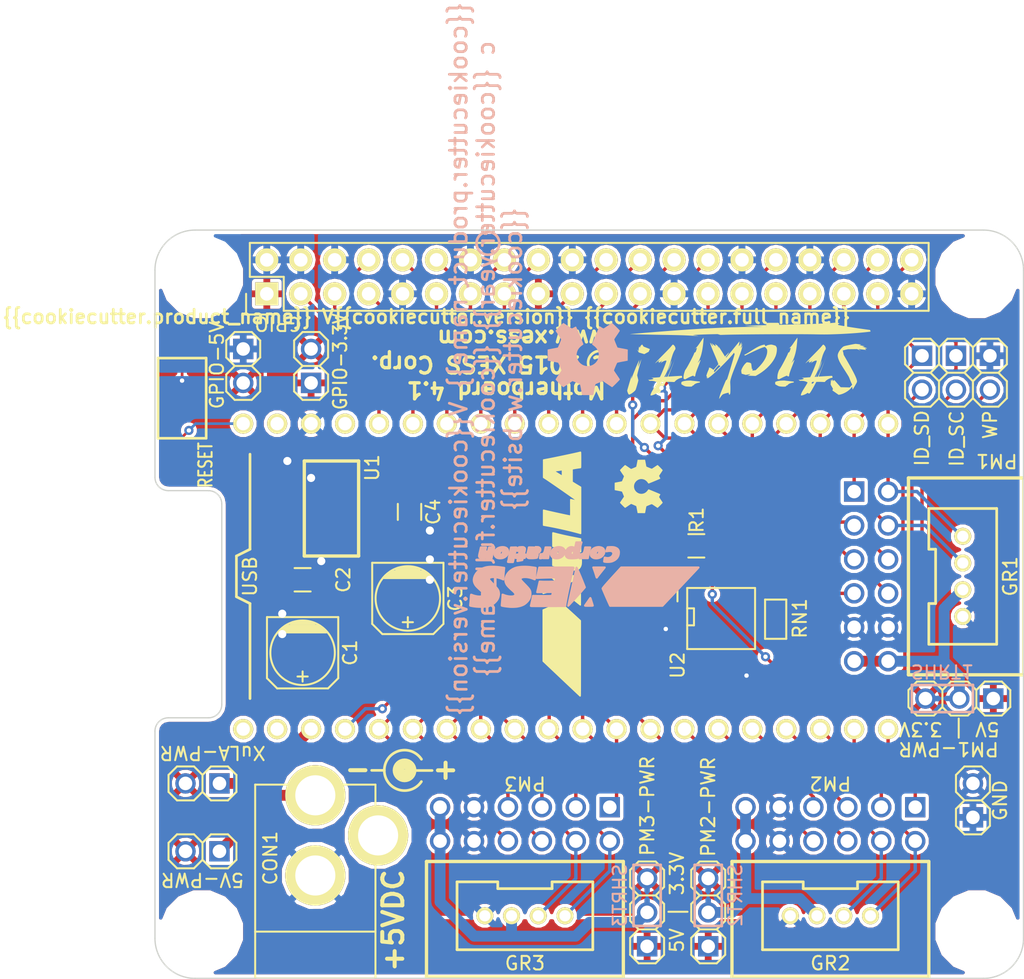
<source format=kicad_pcb>
(kicad_pcb (version 4) (host pcbnew "(2015-04-14 BZR 5597)-product")
  (title_block (title "{{cookiecutter.product_name}}") (date "{{cookiecutter.release_date}}") (rev {{cookiecutter.version}}) (company "{{cookiecutter.full_name}}") (comment 1 "(c) {{cookiecutter.year}}") (comment 2 "{{cookiecutter.product_type}}") (comment 3 "{{cookiecutter.license}}"))
  (layers (0 F.Cu signal hide) (31 B.Cu signal hide) (34 B.Paste user hide) (35 F.Paste user hide) (36 B.SilkS user) (37 F.SilkS user) (38 B.Mask user) (39 F.Mask user) (44 Edge.Cuts user))
  (net 0 "")
  (net 1 "Net-(J1-Pad1)")
  (net 2 "Net-(CON1-Pad1)")
  (net 3 "Net-(CON1-Pad3)")
  (net 4 +3.3V)
  (net 5 +5V)
  (net 6 GND)
  (net 7 CHAN6)
  (net 8 CHAN5)
  (net 9 CHAN4)
  (net 10 CHAN2)
  (net 11 CHAN3)
  (net 12 CHAN0)
  (net 13 CHAN1)
  (net 14 CHANCLK)
  (net 15 +5V-XuLA)
  (net 16 CHAN31)
  (net 17 CHAN30)
  (net 18 CHAN29)
  (net 19 CHAN28)
  (net 20 CHAN27)
  (net 21 CHAN26)
  (net 22 CHAN25)
  (net 23 CHAN24)
  (net 24 CHAN23)
  (net 25 CHAN22)
  (net 26 CHAN21)
  (net 27 CHAN20)
  (net 28 CHAN19)
  (net 29 CHAN18)
  (net 30 CHAN17)
  (net 31 CHAN16)
  (net 32 CHAN15)
  (net 33 CHAN7)
  (net 34 CHAN8)
  (net 35 CHAN9)
  (net 36 CHAN10)
  (net 37 CHAN11)
  (net 38 CHAN12)
  (net 39 CHAN13)
  (net 40 CHAN14)
  (net 41 ID_SD)
  (net 42 ID_SC)
  (net 43 +5V-RPi)
  (net 44 +3.3V-RPi)
  (net 45 "Net-(J1-Pad2)")
  (net 46 "Net-(J1-Pad37)")
  (net 47 "Net-(J1-Pad39)")
  (net 48 "Net-(J1-Pad40)")
  (net 49 "Net-(JP8-Pad2)")
  (net 50 "Net-(GR1-Pad3)")
  (net 51 "Net-(GR2-Pad3)")
  (net 52 "Net-(GR3-Pad3)")
  (module Connect:BARREL_JACK (layer F.Cu) (at 12 49 90)
    (fp_text reference CON1 (at 1.502 -3.364 90) (layer F.SilkS))
    (fp_text value BARREL_JACK)
    (pad 1 thru_hole circle (at 6.20014 0 90) (size 4.5 4.5) (drill 3) (layers *.Cu *.Mask F.SilkS) (net 2 "Net-(CON1-Pad1)"))
    (pad 2 thru_hole circle (at 0.20066 0 90) (size 4.5 4.5) (drill 3) (layers *.Cu *.Mask F.SilkS) (net 6 GND))
    (pad 3 thru_hole circle (at 3.2004 4.699 90) (size 4.5 4.5) (drill 3) (layers *.Cu *.Mask F.SilkS) (net 3 "Net-(CON1-Pad3)"))
  )
  (module XESS:CTS_742C043 (layer F.Cu) (at 46.45 29.62)
    (fp_text reference RN1 (at 1.81 -0.0544 90) (layer F.SilkS))
    (fp_text value 3.9K hide)
    (pad 1 smd rect (at -0.4 0.85) (size 0.45 0.9) (layers F.Cu F.Paste F.Mask) (net 4 +3.3V))
    (pad 2 smd rect (at 0.4 0.85) (size 0.45 0.9) (layers F.Cu F.Paste F.Mask) (net 4 +3.3V))
    (pad 3 smd rect (at 0.4 -0.85) (size 0.45 0.9) (layers F.Cu F.Paste F.Mask) (net 41 ID_SD))
    (pad 4 smd rect (at -0.4 -0.85) (size 0.45 0.9) (layers F.Cu F.Paste F.Mask) (net 42 ID_SC))
  )
  (module XESS:xess-JSHORT (layer B.Cu) (at 59.234 35.55 180)
    (fp_text reference J3 hide)
    (fp_text value JSHORTNORMAL hide)
    (fp_line (start 0 0) (end 0.635 0) (layer B.Cu) (width 0.2032))
    (pad 1 smd rect (at 0 0 180) (size 0.4064 0.2032) (layers B.Cu B.Paste B.Mask) (net 50 "Net-(GR1-Pad3)"))
    (pad 2 smd rect (at 0.635 0 180) (size 0.4064 0.2032) (layers B.Cu B.Paste B.Mask) (net 4 +3.3V))
  )
  (module XESS:XuLA_IO_Hdr (layer F.Cu) (at 6.604 37.846 90)
    (fp_text reference J1 hide)
    (fp_text value XuLA_IO_HDR hide)
    (pad 1 thru_hole circle (at 0 0 90) (size 1.5 1.5) (drill 1) (layers *.Cu *.Mask F.SilkS) (net 1 "Net-(J1-Pad1)"))
    (pad 2 thru_hole circle (at 0 2.54 90) (size 1.5 1.5) (drill 1) (layers *.Cu *.Mask F.SilkS) (net 45 "Net-(J1-Pad2)"))
    (pad 3 thru_hole circle (at 0 5.08 90) (size 1.5 1.5) (drill 1) (layers *.Cu *.Mask F.SilkS) (net 15 +5V-XuLA))
    (pad 4 thru_hole circle (at 0 7.62 90) (size 1.5 1.5) (drill 1) (layers *.Cu *.Mask F.SilkS) (net 16 CHAN31))
    (pad 5 thru_hole circle (at 0 10.16 90) (size 1.5 1.5) (drill 1) (layers *.Cu *.Mask F.SilkS) (net 17 CHAN30))
    (pad 6 thru_hole circle (at 0 12.7 90) (size 1.5 1.5) (drill 1) (layers *.Cu *.Mask F.SilkS) (net 18 CHAN29))
    (pad 7 thru_hole circle (at 0 15.24 90) (size 1.5 1.5) (drill 1) (layers *.Cu *.Mask F.SilkS) (net 19 CHAN28))
    (pad 8 thru_hole circle (at 0 17.78 90) (size 1.5 1.5) (drill 1) (layers *.Cu *.Mask F.SilkS) (net 20 CHAN27))
    (pad 9 thru_hole circle (at 0 20.32 90) (size 1.5 1.5) (drill 1) (layers *.Cu *.Mask F.SilkS) (net 21 CHAN26))
    (pad 10 thru_hole circle (at 0 22.86 90) (size 1.5 1.5) (drill 1) (layers *.Cu *.Mask F.SilkS) (net 22 CHAN25))
    (pad 11 thru_hole circle (at 0 25.4 90) (size 1.5 1.5) (drill 1) (layers *.Cu *.Mask F.SilkS) (net 23 CHAN24))
    (pad 12 thru_hole circle (at 0 27.94 90) (size 1.5 1.5) (drill 1) (layers *.Cu *.Mask F.SilkS) (net 24 CHAN23))
    (pad 13 thru_hole circle (at 0 30.48 90) (size 1.5 1.5) (drill 1) (layers *.Cu *.Mask F.SilkS) (net 25 CHAN22))
    (pad 14 thru_hole circle (at 0 33.02 90) (size 1.5 1.5) (drill 1) (layers *.Cu *.Mask F.SilkS) (net 26 CHAN21))
    (pad 15 thru_hole circle (at 0 35.56 90) (size 1.5 1.5) (drill 1) (layers *.Cu *.Mask F.SilkS) (net 27 CHAN20))
    (pad 16 thru_hole circle (at 0 38.1 90) (size 1.5 1.5) (drill 1) (layers *.Cu *.Mask F.SilkS) (net 28 CHAN19))
    (pad 17 thru_hole circle (at 0 40.64 90) (size 1.5 1.5) (drill 1) (layers *.Cu *.Mask F.SilkS) (net 29 CHAN18))
    (pad 18 thru_hole circle (at 0 43.18 90) (size 1.5 1.5) (drill 1) (layers *.Cu *.Mask F.SilkS) (net 30 CHAN17))
    (pad 19 thru_hole circle (at 0 45.72 90) (size 1.5 1.5) (drill 1) (layers *.Cu *.Mask F.SilkS) (net 31 CHAN16))
    (pad 20 thru_hole circle (at 0 48.26 90) (size 1.5 1.5) (drill 1) (layers *.Cu *.Mask F.SilkS) (net 32 CHAN15))
    (pad 21 thru_hole circle (at 22.86 48.26 90) (size 1.5 1.5) (drill 1) (layers *.Cu *.Mask F.SilkS) (net 14 CHANCLK))
    (pad 22 thru_hole circle (at 22.86 45.72 90) (size 1.5 1.5) (drill 1) (layers *.Cu *.Mask F.SilkS) (net 12 CHAN0))
    (pad 23 thru_hole circle (at 22.86 43.18 90) (size 1.5 1.5) (drill 1) (layers *.Cu *.Mask F.SilkS) (net 13 CHAN1))
    (pad 24 thru_hole circle (at 22.86 40.64 90) (size 1.5 1.5) (drill 1) (layers *.Cu *.Mask F.SilkS) (net 10 CHAN2))
    (pad 25 thru_hole circle (at 22.86 38.1 90) (size 1.5 1.5) (drill 1) (layers *.Cu *.Mask F.SilkS) (net 11 CHAN3))
    (pad 26 thru_hole circle (at 22.86 35.56 90) (size 1.5 1.5) (drill 1) (layers *.Cu *.Mask F.SilkS) (net 9 CHAN4))
    (pad 27 thru_hole circle (at 22.86 33.02 90) (size 1.5 1.5) (drill 1) (layers *.Cu *.Mask F.SilkS) (net 8 CHAN5))
    (pad 28 thru_hole circle (at 22.86 30.48 90) (size 1.5 1.5) (drill 1) (layers *.Cu *.Mask F.SilkS) (net 7 CHAN6))
    (pad 29 thru_hole circle (at 22.86 27.94 90) (size 1.5 1.5) (drill 1) (layers *.Cu *.Mask F.SilkS) (net 33 CHAN7))
    (pad 30 thru_hole circle (at 22.86 25.4 90) (size 1.5 1.5) (drill 1) (layers *.Cu *.Mask F.SilkS) (net 34 CHAN8))
    (pad 31 thru_hole circle (at 22.86 22.86 90) (size 1.5 1.5) (drill 1) (layers *.Cu *.Mask F.SilkS) (net 35 CHAN9))
    (pad 32 thru_hole circle (at 22.86 20.32 90) (size 1.5 1.5) (drill 1) (layers *.Cu *.Mask F.SilkS) (net 36 CHAN10))
    (pad 33 thru_hole circle (at 22.86 17.78 90) (size 1.5 1.5) (drill 1) (layers *.Cu *.Mask F.SilkS) (net 37 CHAN11))
    (pad 34 thru_hole circle (at 22.86 15.24 90) (size 1.5 1.5) (drill 1) (layers *.Cu *.Mask F.SilkS) (net 38 CHAN12))
    (pad 35 thru_hole circle (at 22.86 12.7 90) (size 1.5 1.5) (drill 1) (layers *.Cu *.Mask F.SilkS) (net 39 CHAN13))
    (pad 36 thru_hole circle (at 22.86 10.16 90) (size 1.5 1.5) (drill 1) (layers *.Cu *.Mask F.SilkS) (net 40 CHAN14))
    (pad 37 thru_hole circle (at 22.86 7.62 90) (size 1.5 1.5) (drill 1) (layers *.Cu *.Mask F.SilkS) (net 46 "Net-(J1-Pad37)"))
    (pad 38 thru_hole circle (at 22.86 5.08 90) (size 1.5 1.5) (drill 1) (layers *.Cu *.Mask F.SilkS) (net 6 GND))
    (pad 39 thru_hole circle (at 22.86 2.54 90) (size 1.5 1.5) (drill 1) (layers *.Cu *.Mask F.SilkS) (net 47 "Net-(J1-Pad39)"))
    (pad 40 thru_hole circle (at 22.86 0 90) (size 1.5 1.5) (drill 1) (layers *.Cu *.Mask F.SilkS) (net 48 "Net-(J1-Pad40)"))
  )
  (module XESS:SOT-223 (layer F.Cu) (at 13.208 21.336)
    (fp_text reference U1 (at 3.048 -3.048 90) (layer F.SilkS))
    (fp_text value NCV1117)
    (pad 4 smd rect (at 3.302 0 270) (size 3.6576 2.032) (layers F.Cu F.Paste F.Mask) (net 4 +3.3V))
    (pad 2 smd rect (at -3.302 0 270) (size 1.016 2.032) (layers F.Cu F.Paste F.Mask) (net 4 +3.3V))
    (pad 3 smd rect (at -3.302 2.286 270) (size 1.016 2.032) (layers F.Cu F.Paste F.Mask) (net 5 +5V))
    (pad 1 smd rect (at -3.302 -2.286 270) (size 1.016 2.032) (layers F.Cu F.Paste F.Mask) (net 6 GND))
  )
  (module XESS:xess-JSHORT (layer B.Cu) (at 41.39 50.604 90)
    (fp_text reference J4 hide)
    (fp_text value JSHORTNORMAL hide)
    (fp_line (start 0 0) (end 0.635 0) (layer B.Cu) (width 0.2032))
    (pad 1 smd rect (at 0 0 90) (size 0.4064 0.2032) (layers B.Cu B.Paste B.Mask) (net 51 "Net-(GR2-Pad3)"))
    (pad 2 smd rect (at 0.635 0 90) (size 0.4064 0.2032) (layers B.Cu B.Paste B.Mask) (net 4 +3.3V))
  )
  (module XESS:xess-JSHORT (layer B.Cu) (at 36.83 50.614 90)
    (fp_text reference J5 hide)
    (fp_text value JSHORTNORMAL hide)
    (fp_line (start 0 0) (end 0.635 0) (layer B.Cu) (width 0.2032))
    (pad 1 smd rect (at 0 0 90) (size 0.4064 0.2032) (layers B.Cu B.Paste B.Mask) (net 52 "Net-(GR3-Pad3)"))
    (pad 2 smd rect (at 0.635 0 90) (size 0.4064 0.2032) (layers B.Cu B.Paste B.Mask) (net 4 +3.3V))
  )
  (module RPi_Hat:Pin_Header_Straight_2x20 (layer F.Cu) (at 32.5 4 90)
    (fp_text reference GPIO1 hide)
    (fp_text value RPi_GPIO hide)
    (pad 1 thru_hole rect (at -1.27 -24.13 90) (size 1.7272 1.7272) (drill 1.016) (layers *.Cu *.Mask F.SilkS) (net 44 +3.3V-RPi))
    (pad 2 thru_hole oval (at 1.27 -24.13 90) (size 1.7272 1.7272) (drill 1.016) (layers *.Cu *.Mask F.SilkS) (net 43 +5V-RPi))
    (pad 3 thru_hole oval (at -1.27 -21.59 90) (size 1.7272 1.7272) (drill 1.016) (layers *.Cu *.Mask F.SilkS) (net 16 CHAN31))
    (pad 4 thru_hole oval (at 1.27 -21.59 90) (size 1.7272 1.7272) (drill 1.016) (layers *.Cu *.Mask F.SilkS) (net 43 +5V-RPi))
    (pad 5 thru_hole oval (at -1.27 -19.05 90) (size 1.7272 1.7272) (drill 1.016) (layers *.Cu *.Mask F.SilkS) (net 17 CHAN30))
    (pad 6 thru_hole oval (at 1.27 -19.05 90) (size 1.7272 1.7272) (drill 1.016) (layers *.Cu *.Mask F.SilkS) (net 6 GND))
    (pad 7 thru_hole oval (at -1.27 -16.51 90) (size 1.7272 1.7272) (drill 1.016) (layers *.Cu *.Mask F.SilkS) (net 18 CHAN29))
    (pad 8 thru_hole oval (at 1.27 -16.51 90) (size 1.7272 1.7272) (drill 1.016) (layers *.Cu *.Mask F.SilkS) (net 40 CHAN14))
    (pad 9 thru_hole oval (at -1.27 -13.97 90) (size 1.7272 1.7272) (drill 1.016) (layers *.Cu *.Mask F.SilkS) (net 6 GND))
    (pad 10 thru_hole oval (at 1.27 -13.97 90) (size 1.7272 1.7272) (drill 1.016) (layers *.Cu *.Mask F.SilkS) (net 39 CHAN13))
    (pad 11 thru_hole oval (at -1.27 -11.43 90) (size 1.7272 1.7272) (drill 1.016) (layers *.Cu *.Mask F.SilkS) (net 19 CHAN28))
    (pad 12 thru_hole oval (at 1.27 -11.43 90) (size 1.7272 1.7272) (drill 1.016) (layers *.Cu *.Mask F.SilkS) (net 38 CHAN12))
    (pad 13 thru_hole oval (at -1.27 -8.89 90) (size 1.7272 1.7272) (drill 1.016) (layers *.Cu *.Mask F.SilkS) (net 20 CHAN27))
    (pad 14 thru_hole oval (at 1.27 -8.89 90) (size 1.7272 1.7272) (drill 1.016) (layers *.Cu *.Mask F.SilkS) (net 6 GND))
    (pad 15 thru_hole oval (at -1.27 -6.35 90) (size 1.7272 1.7272) (drill 1.016) (layers *.Cu *.Mask F.SilkS) (net 21 CHAN26))
    (pad 16 thru_hole oval (at 1.27 -6.35 90) (size 1.7272 1.7272) (drill 1.016) (layers *.Cu *.Mask F.SilkS) (net 37 CHAN11))
    (pad 17 thru_hole oval (at -1.27 -3.81 90) (size 1.7272 1.7272) (drill 1.016) (layers *.Cu *.Mask F.SilkS) (net 44 +3.3V-RPi))
    (pad 18 thru_hole oval (at 1.27 -3.81 90) (size 1.7272 1.7272) (drill 1.016) (layers *.Cu *.Mask F.SilkS) (net 36 CHAN10))
    (pad 19 thru_hole oval (at -1.27 -1.27 90) (size 1.7272 1.7272) (drill 1.016) (layers *.Cu *.Mask F.SilkS) (net 22 CHAN25))
    (pad 20 thru_hole oval (at 1.27 -1.27 90) (size 1.7272 1.7272) (drill 1.016) (layers *.Cu *.Mask F.SilkS) (net 6 GND))
    (pad 21 thru_hole oval (at -1.27 1.27 90) (size 1.7272 1.7272) (drill 1.016) (layers *.Cu *.Mask F.SilkS) (net 23 CHAN24))
    (pad 22 thru_hole oval (at 1.27 1.27 90) (size 1.7272 1.7272) (drill 1.016) (layers *.Cu *.Mask F.SilkS) (net 35 CHAN9))
    (pad 23 thru_hole oval (at -1.27 3.81 90) (size 1.7272 1.7272) (drill 1.016) (layers *.Cu *.Mask F.SilkS) (net 24 CHAN23))
    (pad 24 thru_hole oval (at 1.27 3.81 90) (size 1.7272 1.7272) (drill 1.016) (layers *.Cu *.Mask F.SilkS) (net 34 CHAN8))
    (pad 25 thru_hole oval (at -1.27 6.35 90) (size 1.7272 1.7272) (drill 1.016) (layers *.Cu *.Mask F.SilkS) (net 6 GND))
    (pad 26 thru_hole oval (at 1.27 6.35 90) (size 1.7272 1.7272) (drill 1.016) (layers *.Cu *.Mask F.SilkS) (net 33 CHAN7))
    (pad 27 thru_hole oval (at -1.27 8.89 90) (size 1.7272 1.7272) (drill 1.016) (layers *.Cu *.Mask F.SilkS) (net 41 ID_SD))
    (pad 28 thru_hole oval (at 1.27 8.89 90) (size 1.7272 1.7272) (drill 1.016) (layers *.Cu *.Mask F.SilkS) (net 42 ID_SC))
    (pad 29 thru_hole oval (at -1.27 11.43 90) (size 1.7272 1.7272) (drill 1.016) (layers *.Cu *.Mask F.SilkS) (net 25 CHAN22))
    (pad 30 thru_hole oval (at 1.27 11.43 90) (size 1.7272 1.7272) (drill 1.016) (layers *.Cu *.Mask F.SilkS) (net 6 GND))
    (pad 31 thru_hole oval (at -1.27 13.97 90) (size 1.7272 1.7272) (drill 1.016) (layers *.Cu *.Mask F.SilkS) (net 8 CHAN5))
    (pad 32 thru_hole oval (at 1.27 13.97 90) (size 1.7272 1.7272) (drill 1.016) (layers *.Cu *.Mask F.SilkS) (net 7 CHAN6))
    (pad 33 thru_hole oval (at -1.27 16.51 90) (size 1.7272 1.7272) (drill 1.016) (layers *.Cu *.Mask F.SilkS) (net 9 CHAN4))
    (pad 34 thru_hole oval (at 1.27 16.51 90) (size 1.7272 1.7272) (drill 1.016) (layers *.Cu *.Mask F.SilkS) (net 6 GND))
    (pad 35 thru_hole oval (at -1.27 19.05 90) (size 1.7272 1.7272) (drill 1.016) (layers *.Cu *.Mask F.SilkS) (net 10 CHAN2))
    (pad 36 thru_hole oval (at 1.27 19.05 90) (size 1.7272 1.7272) (drill 1.016) (layers *.Cu *.Mask F.SilkS) (net 11 CHAN3))
    (pad 37 thru_hole oval (at -1.27 21.59 90) (size 1.7272 1.7272) (drill 1.016) (layers *.Cu *.Mask F.SilkS) (net 12 CHAN0))
    (pad 38 thru_hole oval (at 1.27 21.59 90) (size 1.7272 1.7272) (drill 1.016) (layers *.Cu *.Mask F.SilkS) (net 13 CHAN1))
    (pad 39 thru_hole oval (at -1.27 24.13 90) (size 1.7272 1.7272) (drill 1.016) (layers *.Cu *.Mask F.SilkS) (net 6 GND))
    (pad 40 thru_hole oval (at 1.27 24.13 90) (size 1.7272 1.7272) (drill 1.016) (layers *.Cu *.Mask F.SilkS) (net 14 CHANCLK))
  )
  (module XESS:HDR_1x2 (layer F.Cu) (at 3.556 41.91 180)
    (fp_text reference JP5 hide)
    (fp_text value JUMPER hide)
    (pad 1 thru_hole rect (at -1.27 0 180) (size 1.524 1.524) (drill 1.016) (layers *.Cu *.Mask) (net 15 +5V-XuLA))
    (pad 2 thru_hole circle (at 1.27 0 180) (size 1.524 1.524) (drill 1.016) (layers *.Cu *.Mask) (net 5 +5V))
  )
  (module XESS:HDR_1x2 (layer F.Cu) (at 3.556 46.99 180)
    (fp_text reference JP6 hide)
    (fp_text value JUMPER hide)
    (pad 1 thru_hole rect (at -1.27 0 180) (size 1.524 1.524) (drill 1.016) (layers *.Cu *.Mask) (net 2 "Net-(CON1-Pad1)"))
    (pad 2 thru_hole circle (at 1.27 0 180) (size 1.524 1.524) (drill 1.016) (layers *.Cu *.Mask) (net 5 +5V))
  )
  (module XESS:HDR_1x3 (layer F.Cu) (at 60.198 35.56 180)
    (fp_text reference JP1 hide)
    (fp_text value JUMPER3 hide)
    (pad 1 thru_hole rect (at -2.54 0 180) (size 1.524 1.524) (drill 1.016) (layers *.Cu *.Mask) (net 5 +5V))
    (pad 2 thru_hole circle (at 0 0 180) (size 1.524 1.524) (drill 1.016) (layers *.Cu *.Mask) (net 50 "Net-(GR1-Pad3)"))
    (pad 3 thru_hole circle (at 2.54 0 180) (size 1.524 1.524) (drill 1.016) (layers *.Cu *.Mask) (net 4 +3.3V))
  )
  (module XESS:HDR_1x3 (layer F.Cu) (at 41.402 51.562 90)
    (fp_text reference JP2 hide)
    (fp_text value JUMPER3 hide)
    (pad 1 thru_hole rect (at -2.54 0 90) (size 1.524 1.524) (drill 1.016) (layers *.Cu *.Mask) (net 5 +5V))
    (pad 2 thru_hole circle (at 0 0 90) (size 1.524 1.524) (drill 1.016) (layers *.Cu *.Mask) (net 51 "Net-(GR2-Pad3)"))
    (pad 3 thru_hole circle (at 2.54 0 90) (size 1.524 1.524) (drill 1.016) (layers *.Cu *.Mask) (net 4 +3.3V))
  )
  (module XESS:HDR_1x3 (layer F.Cu) (at 36.83 51.562 90)
    (fp_text reference JP3 hide)
    (fp_text value JUMPER3 hide)
    (pad 1 thru_hole rect (at -2.54 0 90) (size 1.524 1.524) (drill 1.016) (layers *.Cu *.Mask) (net 5 +5V))
    (pad 2 thru_hole circle (at 0 0 90) (size 1.524 1.524) (drill 1.016) (layers *.Cu *.Mask) (net 52 "Net-(GR3-Pad3)"))
    (pad 3 thru_hole circle (at 2.54 0 90) (size 1.524 1.524) (drill 1.016) (layers *.Cu *.Mask) (net 4 +3.3V))
  )
  (module XESS:HDR_1x2 (layer F.Cu) (at 62.484 11.176 270)
    (fp_text reference JP8 hide)
    (fp_text value JUMPER hide)
    (pad 1 thru_hole rect (at -1.27 0 270) (size 1.524 1.524) (drill 1.016) (layers *.Cu *.Mask) (net 6 GND))
    (pad 2 thru_hole circle (at 1.27 0 270) (size 1.524 1.524) (drill 1.016) (layers *.Cu *.Mask) (net 49 "Net-(JP8-Pad2)"))
  )
  (module XESS:HDR_1x2 (layer F.Cu) (at 59.944 11.176 270)
    (fp_text reference JP9 hide)
    (fp_text value JUMPER hide)
    (pad 1 thru_hole rect (at -1.27 0 270) (size 1.524 1.524) (drill 1.016) (layers *.Cu *.Mask) (net 14 CHANCLK))
    (pad 2 thru_hole circle (at 1.27 0 270) (size 1.524 1.524) (drill 1.016) (layers *.Cu *.Mask) (net 42 ID_SC))
  )
  (module XESS:HDR_1x2 (layer F.Cu) (at 57.404 11.176 270)
    (fp_text reference JP10 hide)
    (fp_text value JUMPER hide)
    (pad 1 thru_hole rect (at -1.27 0 270) (size 1.524 1.524) (drill 1.016) (layers *.Cu *.Mask) (net 12 CHAN0))
    (pad 2 thru_hole circle (at 1.27 0 270) (size 1.524 1.524) (drill 1.016) (layers *.Cu *.Mask) (net 41 ID_SD))
  )
  (module SMD_Packages:SOIC-8-N (layer F.Cu) (at 42.37 29.57)
    (fp_text reference U2 (at -3.254 3.5008 90) (layer F.SilkS))
    (fp_text value CAT24C32)
    (pad 8 smd rect (at -1.905 -3.175) (size 0.508 1.143) (layers F.Cu F.Paste F.Mask) (net 4 +3.3V))
    (pad 7 smd rect (at -0.635 -3.175) (size 0.508 1.143) (layers F.Cu F.Paste F.Mask) (net 49 "Net-(JP8-Pad2)"))
    (pad 6 smd rect (at 0.635 -3.175) (size 0.508 1.143) (layers F.Cu F.Paste F.Mask) (net 42 ID_SC))
    (pad 5 smd rect (at 1.905 -3.175) (size 0.508 1.143) (layers F.Cu F.Paste F.Mask) (net 41 ID_SD))
    (pad 4 smd rect (at 1.905 3.175) (size 0.508 1.143) (layers F.Cu F.Paste F.Mask) (net 6 GND))
    (pad 3 smd rect (at 0.635 3.175) (size 0.508 1.143) (layers F.Cu F.Paste F.Mask) (net 6 GND))
    (pad 2 smd rect (at -0.635 3.175) (size 0.508 1.143) (layers F.Cu F.Paste F.Mask) (net 6 GND))
    (pad 1 smd rect (at -1.905 3.175) (size 0.508 1.143) (layers F.Cu F.Paste F.Mask) (net 6 GND))
  )
  (module XESS:HDR_1x2 (layer F.Cu) (at 6.604 10.668 270)
    (fp_text reference JP4 hide)
    (fp_text value JUMPER hide)
    (pad 1 thru_hole rect (at -1.27 0 270) (size 1.524 1.524) (drill 1.016) (layers *.Cu *.Mask) (net 43 +5V-RPi))
    (pad 2 thru_hole circle (at 1.27 0 270) (size 1.524 1.524) (drill 1.016) (layers *.Cu *.Mask) (net 5 +5V))
  )
  (module XESS:HDR_1x2 (layer F.Cu) (at 11.684 10.668 90)
    (fp_text reference JP7 hide)
    (fp_text value JUMPER hide)
    (pad 1 thru_hole rect (at -1.27 0 90) (size 1.524 1.524) (drill 1.016) (layers *.Cu *.Mask) (net 4 +3.3V))
    (pad 2 thru_hole circle (at 1.27 0 90) (size 1.524 1.524) (drill 1.016) (layers *.Cu *.Mask) (net 44 +3.3V-RPi))
  )
  (module RPi_Hat:RPi_Hat_Mounting_Hole (layer F.Cu) (at 3.5 4)
    (fp_text reference "" hide)
    (fp_text value "" hide)
    (pad "" np_thru_hole circle (at 0 0) (size 2.75 2.75) (drill 2.75) (layers *.Cu *.Mask) (clearance 1.725))
  )
  (module RPi_Hat:RPi_Hat_Mounting_Hole (layer F.Cu) (at 3.5 53)
    (fp_text reference "" hide)
    (fp_text value "" hide)
    (pad "" np_thru_hole circle (at 0 0) (size 2.75 2.75) (drill 2.75) (layers *.Cu *.Mask) (clearance 1.725))
  )
  (module RPi_Hat:RPi_Hat_Mounting_Hole (layer F.Cu) (at 61.5 53)
    (fp_text reference "" hide)
    (fp_text value "" hide)
    (pad "" np_thru_hole circle (at 0 0) (size 2.75 2.75) (drill 2.75) (layers *.Cu *.Mask) (clearance 1.725))
  )
  (module RPi_Hat:RPi_Hat_Mounting_Hole (layer F.Cu) (at 61.5 4)
    (fp_text reference "" hide)
    (fp_text value "" hide)
    (pad "" np_thru_hole circle (at 0 0) (size 2.75 2.75) (drill 2.75) (layers *.Cu *.Mask) (clearance 1.725))
  )
  (module XESS:HDR_1x2 (layer F.Cu) (at 61.214 43.18 90)
    (fp_text reference TP1 hide)
    (fp_text value JUMPER hide)
    (pad 1 thru_hole rect (at -1.27 0 90) (size 1.524 1.524) (drill 1.016) (layers *.Cu *.Mask) (net 6 GND))
    (pad 2 thru_hole circle (at 1.27 0 90) (size 1.524 1.524) (drill 1.016) (layers *.Cu *.Mask) (net 6 GND))
  )
  (module XESS:PMOD_SCKT-12 (layer F.Cu) (at 27.686 44.958 270)
    (fp_text reference PM3 hide)
    (fp_text value PMOD_SCKT-12 hide)
    (pad 9 thru_hole circle (at 1.27 -1.27 180) (size 1.524 1.524) (drill 1.016) (layers *.Cu *.Mask) (net 19 CHAN28))
    (pad 1 thru_hole rect (at -1.27 -6.35 270) (size 1.524 1.524) (drill 1.016) (layers *.Cu *.Mask) (net 24 CHAN23))
    (pad 3 thru_hole circle (at -1.27 -1.27 180) (size 1.524 1.524) (drill 1.016) (layers *.Cu *.Mask) (net 20 CHAN27))
    (pad 5 thru_hole circle (at -1.27 3.81 180) (size 1.524 1.524) (drill 1.016) (layers *.Cu *.Mask) (net 6 GND))
    (pad 7 thru_hole circle (at 1.27 -6.35 180) (size 1.524 1.524) (drill 1.016) (layers *.Cu *.Mask) (net 23 CHAN24))
    (pad 11 thru_hole circle (at 1.27 3.81 180) (size 1.524 1.524) (drill 1.016) (layers *.Cu *.Mask) (net 6 GND))
    (pad 10 thru_hole circle (at 1.27 1.27 180) (size 1.524 1.524) (drill 1.016) (layers *.Cu *.Mask) (net 17 CHAN30))
    (pad 2 thru_hole circle (at -1.27 -3.81 180) (size 1.524 1.524) (drill 1.016) (layers *.Cu *.Mask) (net 22 CHAN25))
    (pad 4 thru_hole circle (at -1.27 1.27 180) (size 1.524 1.524) (drill 1.016) (layers *.Cu *.Mask) (net 18 CHAN29))
    (pad 6 thru_hole circle (at -1.27 6.35 180) (size 1.524 1.524) (drill 1.016) (layers *.Cu *.Mask) (net 52 "Net-(GR3-Pad3)"))
    (pad 8 thru_hole circle (at 1.27 -3.81 180) (size 1.524 1.524) (drill 1.016) (layers *.Cu *.Mask) (net 21 CHAN26))
    (pad 12 thru_hole circle (at 1.27 6.35 180) (size 1.524 1.524) (drill 1.016) (layers *.Cu *.Mask) (net 52 "Net-(GR3-Pad3)"))
  )
  (module XESS:PMOD_SCKT-12 (layer F.Cu) (at 50.546 44.958 270)
    (fp_text reference PM2 hide)
    (fp_text value PMOD_SCKT-12 hide)
    (pad 9 thru_hole circle (at 1.27 -1.27 180) (size 1.524 1.524) (drill 1.016) (layers *.Cu *.Mask) (net 27 CHAN20))
    (pad 1 thru_hole rect (at -1.27 -6.35 270) (size 1.524 1.524) (drill 1.016) (layers *.Cu *.Mask) (net 32 CHAN15))
    (pad 3 thru_hole circle (at -1.27 -1.27 180) (size 1.524 1.524) (drill 1.016) (layers *.Cu *.Mask) (net 28 CHAN19))
    (pad 5 thru_hole circle (at -1.27 3.81 180) (size 1.524 1.524) (drill 1.016) (layers *.Cu *.Mask) (net 6 GND))
    (pad 7 thru_hole circle (at 1.27 -6.35 180) (size 1.524 1.524) (drill 1.016) (layers *.Cu *.Mask) (net 31 CHAN16))
    (pad 11 thru_hole circle (at 1.27 3.81 180) (size 1.524 1.524) (drill 1.016) (layers *.Cu *.Mask) (net 6 GND))
    (pad 10 thru_hole circle (at 1.27 1.27 180) (size 1.524 1.524) (drill 1.016) (layers *.Cu *.Mask) (net 25 CHAN22))
    (pad 2 thru_hole circle (at -1.27 -3.81 180) (size 1.524 1.524) (drill 1.016) (layers *.Cu *.Mask) (net 30 CHAN17))
    (pad 4 thru_hole circle (at -1.27 1.27 180) (size 1.524 1.524) (drill 1.016) (layers *.Cu *.Mask) (net 26 CHAN21))
    (pad 6 thru_hole circle (at -1.27 6.35 180) (size 1.524 1.524) (drill 1.016) (layers *.Cu *.Mask) (net 51 "Net-(GR2-Pad3)"))
    (pad 8 thru_hole circle (at 1.27 -3.81 180) (size 1.524 1.524) (drill 1.016) (layers *.Cu *.Mask) (net 29 CHAN18))
    (pad 12 thru_hole circle (at 1.27 6.35 180) (size 1.524 1.524) (drill 1.016) (layers *.Cu *.Mask) (net 51 "Net-(GR2-Pad3)"))
  )
  (module XESS:PMOD_SCKT-12 (layer F.Cu) (at 53.594 26.416)
    (fp_text reference PM1 hide)
    (fp_text value PMOD_SCKT-12 hide)
    (pad 9 thru_hole circle (at 1.27 -1.27 270) (size 1.524 1.524) (drill 1.016) (layers *.Cu *.Mask) (net 11 CHAN3))
    (pad 1 thru_hole rect (at -1.27 -6.35) (size 1.524 1.524) (drill 1.016) (layers *.Cu *.Mask) (net 12 CHAN0))
    (pad 3 thru_hole circle (at -1.27 -1.27 270) (size 1.524 1.524) (drill 1.016) (layers *.Cu *.Mask) (net 9 CHAN4))
    (pad 5 thru_hole circle (at -1.27 3.81 270) (size 1.524 1.524) (drill 1.016) (layers *.Cu *.Mask) (net 6 GND))
    (pad 7 thru_hole circle (at 1.27 -6.35 270) (size 1.524 1.524) (drill 1.016) (layers *.Cu *.Mask) (net 14 CHANCLK))
    (pad 11 thru_hole circle (at 1.27 3.81 270) (size 1.524 1.524) (drill 1.016) (layers *.Cu *.Mask) (net 6 GND))
    (pad 10 thru_hole circle (at 1.27 1.27 270) (size 1.524 1.524) (drill 1.016) (layers *.Cu *.Mask) (net 8 CHAN5))
    (pad 2 thru_hole circle (at -1.27 -3.81 270) (size 1.524 1.524) (drill 1.016) (layers *.Cu *.Mask) (net 10 CHAN2))
    (pad 4 thru_hole circle (at -1.27 1.27 270) (size 1.524 1.524) (drill 1.016) (layers *.Cu *.Mask) (net 7 CHAN6))
    (pad 6 thru_hole circle (at -1.27 6.35 270) (size 1.524 1.524) (drill 1.016) (layers *.Cu *.Mask) (net 50 "Net-(GR1-Pad3)"))
    (pad 8 thru_hole circle (at 1.27 -3.81 270) (size 1.524 1.524) (drill 1.016) (layers *.Cu *.Mask) (net 13 CHAN1))
    (pad 12 thru_hole circle (at 1.27 6.35 270) (size 1.524 1.524) (drill 1.016) (layers *.Cu *.Mask) (net 50 "Net-(GR1-Pad3)"))
  )
  (module XESS:RS-282G05A3-SM_RT (layer F.Cu) (at 2.032 13.081 90)
    (fp_text reference SW1 hide)
    (fp_text value SW_PUSH hide)
    (pad 2 smd rect (at 3.9 0 90) (size 1.5 1.5) (layers F.Cu F.Paste F.Mask) (net 6 GND))
    (pad 1 smd rect (at -3.9 0 90) (size 1.5 1.5) (layers F.Cu F.Paste F.Mask) (net 48 "Net-(J1-Pad40)"))
  )
  (module Capacitors_SMD:c_elec_5x5.3 (layer F.Cu) (at 18.923 28.067 270)
    (fp_text reference C3 (at 0 -3.556 270) (layer F.SilkS))
    (fp_text value 22uF)
    (pad 1 smd rect (at 2.19964 0 270) (size 2.99974 1.6002) (layers F.Cu F.Paste F.Mask) (net 4 +3.3V))
    (pad 2 smd rect (at -2.19964 0 270) (size 2.99974 1.6002) (layers F.Cu F.Paste F.Mask) (net 6 GND))
  )
  (module Capacitors_SMD:c_elec_5x5.3 (layer F.Cu) (at 11.049 32.131 270)
    (fp_text reference C1 (at 0 -3.556 270) (layer F.SilkS))
    (fp_text value 22uF)
    (pad 1 smd rect (at 2.19964 0 270) (size 2.99974 1.6002) (layers F.Cu F.Paste F.Mask) (net 5 +5V))
    (pad 2 smd rect (at -2.19964 0 270) (size 2.99974 1.6002) (layers F.Cu F.Paste F.Mask) (net 6 GND))
  )
  (module Resistors_SMD:R_0805_HandSoldering (layer F.Cu) (at 11.049 26.67)
    (fp_text reference C2 (at 3.048 0 90) (layer F.SilkS))
    (fp_text value 4.7uF)
    (pad 1 smd rect (at -1.35 0) (size 1.5 1.3) (layers F.Cu F.Paste F.Mask) (net 5 +5V))
    (pad 2 smd rect (at 1.35 0) (size 1.5 1.3) (layers F.Cu F.Paste F.Mask) (net 6 GND))
  )
  (module Resistors_SMD:R_0805_HandSoldering (layer F.Cu) (at 19.05 21.59 270)
    (fp_text reference C4 (at 0 -1.778 270) (layer F.SilkS))
    (fp_text value 4.7uF)
    (pad 1 smd rect (at -1.35 0 270) (size 1.5 1.3) (layers F.Cu F.Paste F.Mask) (net 4 +3.3V))
    (pad 2 smd rect (at 1.35 0 270) (size 1.5 1.3) (layers F.Cu F.Paste F.Mask) (net 6 GND))
  )
  (module Resistors_SMD:R_0805_HandSoldering (layer F.Cu) (at 38.227 27.686 270)
    (fp_text reference C5 (at 0.0508 1.651 270) (layer F.SilkS))
    (fp_text value 0.1uF)
    (pad 1 smd rect (at -1.35 0 270) (size 1.5 1.3) (layers F.Cu F.Paste F.Mask) (net 4 +3.3V))
    (pad 2 smd rect (at 1.35 0 270) (size 1.5 1.3) (layers F.Cu F.Paste F.Mask) (net 6 GND))
  )
  (module Resistors_SMD:R_0805_HandSoldering (layer F.Cu) (at 40.513 24.13)
    (fp_text reference R1 (at 0.0254 -1.9304 90) (layer F.SilkS))
    (fp_text value 1K)
    (pad 1 smd rect (at -1.35 0) (size 1.5 1.3) (layers F.Cu F.Paste F.Mask) (net 4 +3.3V))
    (pad 2 smd rect (at 1.35 0) (size 1.5 1.3) (layers F.Cu F.Paste F.Mask) (net 49 "Net-(JP8-Pad2)"))
  )
  (module XESS:GROVE_MALE (layer F.Cu) (at 60.452 26.416 270)
    (fp_text reference GR1 (at 0 -3.556 270) (layer F.SilkS) (effects (font (size 1.016 1.016) (thickness 0.1524))))
    (fp_text value Grove hide)
    (pad 3 thru_hole circle (at 1.00076 0 270) (size 1.27 1.27) (drill 0.8382) (layers *.Cu *.Mask F.SilkS) (net 50 "Net-(GR1-Pad3)"))
    (pad 2 thru_hole circle (at -1.00076 0 270) (size 1.27 1.27) (drill 0.8382) (layers *.Cu *.Mask F.SilkS) (net 13 CHAN1))
    (pad 4 thru_hole circle (at 2.99974 0 270) (size 1.27 1.27) (drill 0.8382) (layers *.Cu *.Mask F.SilkS) (net 6 GND))
    (pad 1 thru_hole circle (at -2.99974 0 270) (size 1.27 1.27) (drill 0.8382) (layers *.Cu *.Mask F.SilkS) (net 14 CHANCLK))
  )
  (module XESS:GROVE_MALE (layer F.Cu) (at 50.546 51.816 180)
    (fp_text reference GR2 (at 0 -3.556 360) (layer F.SilkS) (effects (font (size 1.016 1.016) (thickness 0.1524))))
    (fp_text value Grove hide)
    (pad 3 thru_hole circle (at 1.00076 0 180) (size 1.27 1.27) (drill 0.8382) (layers *.Cu *.Mask F.SilkS) (net 51 "Net-(GR2-Pad3)"))
    (pad 2 thru_hole circle (at -1.00076 0 180) (size 1.27 1.27) (drill 0.8382) (layers *.Cu *.Mask F.SilkS) (net 29 CHAN18))
    (pad 4 thru_hole circle (at 2.99974 0 180) (size 1.27 1.27) (drill 0.8382) (layers *.Cu *.Mask F.SilkS) (net 6 GND))
    (pad 1 thru_hole circle (at -2.99974 0 180) (size 1.27 1.27) (drill 0.8382) (layers *.Cu *.Mask F.SilkS) (net 31 CHAN16))
  )
  (module XESS:GROVE_MALE (layer F.Cu) (at 27.686 51.816 180)
    (fp_text reference GR3 (at 0 -3.556 360) (layer F.SilkS) (effects (font (size 1.016 1.016) (thickness 0.1524))))
    (fp_text value Grove hide)
    (pad 3 thru_hole circle (at 1.00076 0 180) (size 1.27 1.27) (drill 0.8382) (layers *.Cu *.Mask F.SilkS) (net 52 "Net-(GR3-Pad3)"))
    (pad 2 thru_hole circle (at -1.00076 0 180) (size 1.27 1.27) (drill 0.8382) (layers *.Cu *.Mask F.SilkS) (net 21 CHAN26))
    (pad 4 thru_hole circle (at 2.99974 0 180) (size 1.27 1.27) (drill 0.8382) (layers *.Cu *.Mask F.SilkS) (net 6 GND))
    (pad 1 thru_hole circle (at -2.99974 0 180) (size 1.27 1.27) (drill 0.8382) (layers *.Cu *.Mask F.SilkS) (net 23 CHAN24))
  )
  (module XESS:xesscorp2 (layer B.Cu) (at 32.131 26.289)
    (fp_text reference "" (at 0 0) (layer B.SilkS) (effects (justify mirror)))
    (fp_text value "" (at 0 0) (layer B.SilkS) (effects (justify mirror)))
  )
  (module "XESS Logos:oshw_logo_6mm" (layer B.Cu) (at 32.385 10.16)
    (fp_text reference "" hide)
    (fp_text value "" hide)
  )
  (module "XESS Logos:stickit_logo_18mm" (layer F.Cu) (at 44.45 10.287 180)
    (fp_text reference "" hide)
    (fp_text value "" hide)
  )
  (module "XESS Logos:LOGO-XULA-18x3" (layer F.Cu) (at 30.48 26.035 90)
    (fp_text reference G*** hide)
    (fp_text value LOGO hide)
  )
  (module "XESS Logos:oshw_logo_4mm" (layer F.Cu) (at 36.195 19.685 90)
    (fp_text reference "" hide)
    (fp_text value "" hide)
  )
  (gr_text "{{cookiecutter.product_name}} V{{cookiecutter.version}}\nc {{cookiecutter.year}} {{cookiecutter.full_name}}\n{{cookiecutter.website}}" (at 24.765 10.16 90) (layer B.SilkS) (effects (font (size 1.27 1.27) (thickness 0.2032)) (justify mirror)))
  (gr_circle (center 24.91786 1.48958) (end 25.73066 1.22796) (layer B.SilkS) (width 0.2))
  (gr_text "{{cookiecutter.product_name}} V{{cookiecutter.version}} {{cookiecutter.full_name}}" (at 20.32 6.985) (layer F.SilkS) (effects (font (size 1.016 1.016) (thickness 0.2032))))
  (gr_text GND (at 63.246 43.18 90) (layer F.SilkS) (effects (font (size 1 1))))
  (gr_text PM1 (at 62.992 17.78 180) (layer F.SilkS) (effects (font (size 1 1))))
  (gr_text PM2 (at 50.546 41.91 180) (layer F.SilkS) (effects (font (size 1 1))))
  (gr_text PM3 (at 27.686 41.91 180) (layer F.SilkS) (effects (font (size 1 1))))
  (gr_text GPIO (at 9.22 7.51 180) (layer F.SilkS) (effects (font (size 1 1))))
  (gr_circle (center 33.3 10.43) (end 34.15 10.68) (layer F.SilkS) (width 0.2))
  (gr_text "Motherboard 4.1\nc 2015 XESS Corp.\nwww.xess.com" (at 33.88 10.54 180) (layer F.SilkS) (effects (font (size 1.2 1.2) (thickness 0.25)) (justify left)))
  (gr_text SHRT3 (at 34.798 50.292 90) (layer B.SilkS) (effects (font (size 1 1)) (justify mirror)))
  (gr_text SHRT2 (at 43.434 50.292 90) (layer B.SilkS) (effects (font (size 1 1)) (justify mirror)))
  (gr_text SHRT1 (at 58.928 33.528 180) (layer B.SilkS) (effects (font (size 1 1)) (justify mirror)))
  (gr_line (start 35.814 48.006) (end 35.814 52.578) (angle 90) (layer B.SilkS) (width 0.2))
  (gr_line (start 37.846 48.006) (end 35.814 48.006) (angle 90) (layer B.SilkS) (width 0.2))
  (gr_line (start 37.846 52.578) (end 37.846 48.006) (angle 90) (layer B.SilkS) (width 0.2))
  (gr_line (start 35.814 52.578) (end 37.846 52.578) (angle 90) (layer B.SilkS) (width 0.2))
  (gr_line (start 42.418 48.006) (end 40.386 48.006) (angle 90) (layer B.SilkS) (width 0.2))
  (gr_line (start 42.418 52.578) (end 42.418 48.006) (angle 90) (layer B.SilkS) (width 0.2))
  (gr_line (start 40.386 52.578) (end 42.418 52.578) (angle 90) (layer B.SilkS) (width 0.2))
  (gr_line (start 40.386 48.006) (end 40.386 52.578) (angle 90) (layer B.SilkS) (width 0.2))
  (gr_line (start 61.214 36.576) (end 56.642 36.576) (angle 90) (layer B.SilkS) (width 0.2))
  (gr_line (start 61.214 34.544) (end 61.214 36.576) (angle 90) (layer B.SilkS) (width 0.2))
  (gr_line (start 56.642 34.544) (end 61.214 34.544) (angle 90) (layer B.SilkS) (width 0.2))
  (gr_line (start 56.642 36.576) (end 56.642 34.544) (angle 90) (layer B.SilkS) (width 0.2))
  (gr_text USB (at 7.112 26.416 90) (layer F.SilkS) (effects (font (size 1 1))))
  (gr_line (start 7.112 28.448) (end 7.112 35.56) (angle 90) (layer F.SilkS) (width 0.2))
  (gr_line (start 6.096 27.94) (end 7.112 28.448) (angle 90) (layer F.SilkS) (width 0.2))
  (gr_line (start 6.096 24.892) (end 6.096 27.94) (angle 90) (layer F.SilkS) (width 0.2))
  (gr_line (start 7.112 24.384) (end 6.096 24.892) (angle 90) (layer F.SilkS) (width 0.2))
  (gr_line (start 7.112 17.272) (end 7.112 24.384) (angle 90) (layer F.SilkS) (width 0.2))
  (gr_text WP (at 62.5 13.9 90) (layer F.SilkS) (effects (font (size 1 1)) (justify right)))
  (gr_text ID_SD (at 57.4 13.88 90) (layer F.SilkS) (effects (font (size 1 1)) (justify right)))
  (gr_text ID_SC (at 60 13.92 90) (layer F.SilkS) (effects (font (size 1 1)) (justify right)))
  (gr_text PM1-PWR (at 59.394 39.34 180) (layer F.SilkS) (effects (font (size 1 1))))
  (gr_text PM2-PWR (at 41.402 47.498 90) (layer F.SilkS) (effects (font (size 1 1)) (justify left)))
  (gr_text PM3-PWR (at 36.85 47.434 90) (layer F.SilkS) (effects (font (size 1 1)) (justify left)))
  (gr_text GPIO-5V (at 4.64 10.61 90) (layer F.SilkS) (effects (font (size 1 1))))
  (gr_text GPIO-3.3V (at 13.86 10.35 90) (layer F.SilkS) (effects (font (size 1 0.9))))
  (gr_text 5V-PWR (at 3.556 49.1236 180) (layer F.SilkS) (effects (font (size 1 1))))
  (gr_text XuLA-PWR (at 4.318 39.624 180) (layer F.SilkS) (effects (font (size 1 1))))
  (gr_text - (at 15.178 40.812) (layer F.SilkS) (effects (font (size 1.5 1.5) (thickness 0.3))))
  (gr_text + (at 21.748 40.822) (layer F.SilkS) (effects (font (size 1.5 1.5) (thickness 0.3))))
  (gr_line (start 16.218 40.932) (end 17.168 40.932) (layer F.SilkS) (width 0.2))
  (gr_line (start 18.638 40.942) (end 20.738 40.942) (layer F.SilkS) (width 0.2))
  (gr_arc (start 18.678 40.932) (end 19.938 41.772) (angle 293.0350184) (layer F.SilkS) (width 0.2))
  (gr_circle (center 18.678 40.932) (end 19.128 40.742) (layer F.SilkS) (width 0.8))
  (gr_text +5VDC (at 17.8308 52.1716 90) (layer F.SilkS) (effects (font (size 1.5 1.5) (thickness 0.3))))
  (gr_text "5V | 3.3V" (at 59.436 37.846 180) (layer F.SilkS) (effects (font (size 1 1))))
  (gr_text "5V | 3.3V" (at 39.0652 50.8 90) (layer F.SilkS) (effects (font (size 1 1))))
  (gr_text RESET (at 3.7846 18.08988 90) (layer F.SilkS) (effects (font (size 1 0.75))))
  (gr_arc (start 62 3.5) (end 62 0.5) (angle 90) (layer Edge.Cuts) (width 0.1))
  (gr_line (start 3 0.5) (end 62 0.5) (angle 90) (layer Edge.Cuts) (width 0.1))
  (gr_arc (start 3 3.5) (end 0 3.5) (angle 90) (layer Edge.Cuts) (width 0.1))
  (gr_arc (start 1 38) (end 0 38) (angle 90) (layer Edge.Cuts) (width 0.1))
  (gr_arc (start 4 36) (end 5 36) (angle 90) (layer Edge.Cuts) (width 0.1))
  (gr_arc (start 4 21) (end 4 20) (angle 90) (layer Edge.Cuts) (width 0.1))
  (gr_arc (start 1 19) (end 1 20) (angle 90) (layer Edge.Cuts) (width 0.1))
  (gr_arc (start 62 53.5) (end 65 53.5) (angle 90) (layer Edge.Cuts) (width 0.1))
  (gr_arc (start 3 53.5) (end 3 56.5) (angle 90) (layer Edge.Cuts) (width 0.1))
  (gr_line (start 0 38) (end 0 53.5) (layer Edge.Cuts) (width 0.1))
  (gr_line (start 0 3.5) (end 0 19) (layer Edge.Cuts) (width 0.1))
  (gr_line (start 1 37) (end 4 37) (layer Edge.Cuts) (width 0.1))
  (gr_line (start 1 20) (end 4 20) (layer Edge.Cuts) (width 0.1))
  (gr_line (start 5 21) (end 5 36) (layer Edge.Cuts) (width 0.1))
  (gr_line (start 3 56.5) (end 62 56.5) (angle 90) (layer Edge.Cuts) (width 0.1))
  (gr_line (start 65 3.5) (end 65 53.5) (angle 90) (layer Edge.Cuts) (width 0.1))
  (segment (start 9.01614 42.79986) (end 4.826 46.99) (width 0.8128) (layer F.Cu) (net 2))
  (segment (start 12 42.79986) (end 9.01614 42.79986) (width 0.8128) (layer F.Cu) (net 2))
  (segment (start 58.589 35.56) (end 58.599 35.55) (width 0.4064) (layer B.Cu) (net 4))
  (segment (start 57.658 35.56) (end 58.589 35.56) (width 0.4064) (layer B.Cu) (net 4))
  (segment (start 41.402 49.957) (end 41.39 49.969) (width 0.4064) (layer B.Cu) (net 4))
  (segment (start 41.402 49.022) (end 41.402 49.957) (width 0.4064) (layer B.Cu) (net 4))
  (segment (start 36.83 49.979) (end 36.83 49.022) (width 0.4064) (layer B.Cu) (net 4))
  (segment (start 38.227 28.956) (end 38.227 29.868067) (width 0.254) (layer F.Cu) (net 6))
  (segment (start 38.227 29.868067) (end 38.227 30.353) (width 0.254) (layer F.Cu) (net 6))
  (via (at 38.227 30.353) (size 0.6858) (drill 0.3302) (layers F.Cu B.Cu) (net 6))
  (segment (start 19.09064 25.86736) (end 19.812 25.146) (width 0.4064) (layer F.Cu) (net 6))
  (segment (start 19.812 25.146) (end 20.574 25.146) (width 0.4064) (layer F.Cu) (net 6))
  (via (at 20.574 25.146) (size 1.016) (drill 0.6096) (layers F.Cu B.Cu) (net 6))
  (segment (start 18.923 25.86736) (end 19.09064 25.86736) (width 0.4064) (layer F.Cu) (net 6))
  (segment (start 18.923 25.86736) (end 19.72564 26.67) (width 0.4064) (layer F.Cu) (net 6))
  (segment (start 19.72564 26.67) (end 20.342864 26.67) (width 0.4064) (layer F.Cu) (net 6))
  (segment (start 20.342864 26.67) (end 20.574 26.438864) (width 0.4064) (layer F.Cu) (net 6))
  (segment (start 20.574 26.438864) (end 20.574 26.67) (width 0.4064) (layer F.Cu) (net 6))
  (via (at 20.574 26.67) (size 1.016) (drill 0.6096) (layers F.Cu B.Cu) (net 6))
  (segment (start 19.05 22.94) (end 20.527 22.94) (width 0.4064) (layer F.Cu) (net 6))
  (via (at 20.574 22.987) (size 1.016) (drill 0.6096) (layers F.Cu B.Cu) (net 6))
  (segment (start 20.527 22.94) (end 20.574 22.987) (width 0.4064) (layer F.Cu) (net 6))
  (segment (start 12.43 25.288994) (end 12.446 25.272994) (width 0.4064) (layer F.Cu) (net 6))
  (segment (start 12.43 26.67) (end 12.43 25.288994) (width 0.4064) (layer F.Cu) (net 6))
  (via (at 12.446 25.272994) (size 1.016) (drill 0.6096) (layers F.Cu B.Cu) (net 6))
  (segment (start 2.032 11.760198) (end 2.026918 11.76528) (width 0.2032) (layer F.Cu) (net 6))
  (segment (start 2.032 9.181) (end 2.032 11.760198) (width 0.2032) (layer F.Cu) (net 6))
  (via (at 2.026918 11.76528) (size 0.6858) (drill 0.3302) (layers F.Cu B.Cu) (net 6))
  (segment (start 44.275 32.745) (end 44.275 33.835) (width 0.254) (layer F.Cu) (net 6))
  (segment (start 44.275 33.835) (end 44.27 33.84) (width 0.254) (layer F.Cu) (net 6))
  (via (at 44.27 33.84) (size 0.6858) (drill 0.3302) (layers F.Cu B.Cu) (net 6))
  (segment (start 43.005 32.745) (end 44.275 32.745) (width 0.254) (layer F.Cu) (net 6))
  (segment (start 41.735 32.745) (end 43.005 32.745) (width 0.254) (layer F.Cu) (net 6))
  (segment (start 40.465 32.745) (end 41.735 32.745) (width 0.254) (layer F.Cu) (net 6))
  (segment (start 11.049 29.94914) (end 11.07186 29.94914) (width 0.4064) (layer F.Cu) (net 6))
  (segment (start 11.02614 29.94914) (end 10.287 29.21) (width 0.4064) (layer F.Cu) (net 6))
  (segment (start 10.287 29.21) (end 9.525 29.21) (width 0.4064) (layer F.Cu) (net 6))
  (via (at 9.525 29.21) (size 1.016) (drill 0.6096) (layers F.Cu B.Cu) (net 6))
  (segment (start 11.049 29.94914) (end 11.02614 29.94914) (width 0.4064) (layer F.Cu) (net 6))
  (segment (start 11.049 29.972) (end 10.287 30.734) (width 0.4064) (layer F.Cu) (net 6))
  (segment (start 10.287 30.734) (end 9.525 30.734) (width 0.4064) (layer F.Cu) (net 6))
  (via (at 9.525 30.734) (size 1.016) (drill 0.6096) (layers F.Cu B.Cu) (net 6))
  (segment (start 11.049 29.94914) (end 11.049 29.972) (width 0.4064) (layer F.Cu) (net 6))
  (segment (start 9.906 19.05) (end 11.684 19.05) (width 0.4064) (layer F.Cu) (net 6))
  (via (at 11.684 19.05) (size 1.016) (drill 0.6096) (layers F.Cu B.Cu) (net 6))
  (segment (start 9.906 19.05) (end 9.906 17.78) (width 0.4064) (layer F.Cu) (net 6))
  (via (at 9.906 17.78) (size 1.016) (drill 0.6096) (layers F.Cu B.Cu) (net 6))
  (segment (start 46.47 2.73) (end 45.212 3.988) (width 0.254) (layer F.Cu) (net 7))
  (segment (start 38.875401 13.956599) (end 38.113401 13.956599) (width 0.254) (layer F.Cu) (net 7))
  (segment (start 45.212 3.988) (end 45.212 7.62) (width 0.254) (layer F.Cu) (net 7))
  (segment (start 45.212 7.62) (end 38.875401 13.956599) (width 0.254) (layer F.Cu) (net 7))
  (segment (start 38.113401 13.956599) (end 37.084 14.986) (width 0.254) (layer F.Cu) (net 7))
  (segment (start 37.084 14.986) (end 38.1635 16.0655) (width 0.254) (layer F.Cu) (net 7))
  (segment (start 38.1635 16.0655) (end 38.989 16.0655) (width 0.254) (layer F.Cu) (net 7))
  (segment (start 38.989 16.0655) (end 50.6095 27.686) (width 0.254) (layer F.Cu) (net 7))
  (segment (start 50.6095 27.686) (end 52.324 27.686) (width 0.254) (layer F.Cu) (net 7))
  (segment (start 39.624 14.986) (end 51.054 26.416) (width 0.254) (layer F.Cu) (net 8))
  (segment (start 51.054 26.416) (end 53.594 26.416) (width 0.254) (layer F.Cu) (net 8))
  (segment (start 53.594 26.416) (end 54.864 27.686) (width 0.254) (layer F.Cu) (net 8))
  (segment (start 46.47 5.27) (end 46.47 8.14) (width 0.254) (layer F.Cu) (net 8))
  (segment (start 46.47 8.14) (end 39.624 14.986) (width 0.254) (layer F.Cu) (net 8))
  (segment (start 42.164 14.986) (end 42.164 15.24) (width 0.254) (layer F.Cu) (net 9))
  (segment (start 42.164 15.24) (end 52.07 25.146) (width 0.254) (layer F.Cu) (net 9))
  (segment (start 52.07 25.146) (end 52.324 25.146) (width 0.254) (layer F.Cu) (net 9))
  (segment (start 49.01 5.27) (end 49.01 8.14) (width 0.254) (layer F.Cu) (net 9))
  (segment (start 49.01 8.14) (end 42.164 14.986) (width 0.254) (layer F.Cu) (net 9))
  (segment (start 47.244 14.986) (end 46.494001 15.735999) (width 0.254) (layer F.Cu) (net 10))
  (segment (start 46.494001 15.735999) (end 46.494001 17.538001) (width 0.254) (layer F.Cu) (net 10))
  (segment (start 46.494001 17.538001) (end 51.308 22.352) (width 0.254) (layer F.Cu) (net 10))
  (segment (start 51.308 22.352) (end 52.07 22.352) (width 0.254) (layer F.Cu) (net 10))
  (segment (start 52.07 22.352) (end 52.324 22.606) (width 0.254) (layer F.Cu) (net 10))
  (segment (start 51.55 10.68) (end 47.244 14.986) (width 0.254) (layer F.Cu) (net 10))
  (segment (start 51.55 5.27) (end 51.55 10.68) (width 0.254) (layer F.Cu) (net 10))
  (segment (start 51.55 2.73) (end 50.292 3.988) (width 0.254) (layer F.Cu) (net 11))
  (segment (start 50.292 3.988) (end 50.292 9.398) (width 0.254) (layer F.Cu) (net 11))
  (segment (start 50.292 9.398) (end 44.704 14.986) (width 0.254) (layer F.Cu) (net 11))
  (segment (start 44.704 14.986) (end 44.704 16.764) (width 0.254) (layer F.Cu) (net 11))
  (segment (start 44.704 16.764) (end 51.816 23.876) (width 0.254) (layer F.Cu) (net 11))
  (segment (start 51.816 23.876) (end 53.594 23.876) (width 0.254) (layer F.Cu) (net 11))
  (segment (start 53.594 23.876) (end 54.864 25.146) (width 0.254) (layer F.Cu) (net 11))
  (segment (start 54.09 5.27) (end 54.09 6.592) (width 0.254) (layer F.Cu) (net 12))
  (segment (start 54.09 6.592) (end 57.404 9.906) (width 0.254) (layer F.Cu) (net 12))
  (segment (start 57.404 9.906) (end 52.324 14.986) (width 0.254) (layer F.Cu) (net 12))
  (segment (start 52.324 14.986) (end 52.324 20.066) (width 0.254) (layer F.Cu) (net 12))
  (segment (start 54.09 2.73) (end 52.832 3.988) (width 0.254) (layer F.Cu) (net 13))
  (segment (start 52.832 3.988) (end 52.832 11.938) (width 0.254) (layer F.Cu) (net 13))
  (segment (start 52.832 11.938) (end 49.784 14.986) (width 0.254) (layer F.Cu) (net 13))
  (segment (start 49.784 14.986) (end 49.784 19.812) (width 0.254) (layer F.Cu) (net 13))
  (segment (start 49.784 19.812) (end 51.308 21.336) (width 0.254) (layer F.Cu) (net 13))
  (segment (start 51.308 21.336) (end 53.594 21.336) (width 0.254) (layer F.Cu) (net 13))
  (segment (start 53.594 21.336) (end 54.864 22.606) (width 0.254) (layer F.Cu) (net 13))
  (segment (start 57.64276 22.606) (end 54.864 22.606) (width 0.254) (layer B.Cu) (net 13))
  (segment (start 60.452 25.41524) (end 57.64276 22.606) (width 0.254) (layer B.Cu) (net 13))
  (segment (start 59.944 9.906) (end 59.944 8.89) (width 0.254) (layer F.Cu) (net 14))
  (segment (start 59.944 8.89) (end 58.044 6.99) (width 0.254) (layer F.Cu) (net 14))
  (segment (start 58.044 6.99) (end 56.52 6.99) (width 0.254) (layer F.Cu) (net 14))
  (segment (start 56.52 6.99) (end 55.372 5.842) (width 0.254) (layer F.Cu) (net 14))
  (segment (start 55.372 5.842) (end 55.372 3.988) (width 0.254) (layer F.Cu) (net 14))
  (segment (start 55.372 3.988) (end 56.63 2.73) (width 0.254) (layer F.Cu) (net 14))
  (segment (start 54.864 14.986) (end 54.864 20.066) (width 0.254) (layer F.Cu) (net 14))
  (segment (start 56.896 11.176) (end 59.69 11.176) (width 0.254) (layer F.Cu) (net 14))
  (segment (start 54.864 14.986) (end 54.864 13.208) (width 0.254) (layer F.Cu) (net 14))
  (segment (start 54.864 13.208) (end 56.896 11.176) (width 0.254) (layer F.Cu) (net 14))
  (segment (start 59.944 10.922) (end 59.944 9.906) (width 0.254) (layer F.Cu) (net 14))
  (segment (start 59.69 11.176) (end 59.944 10.922) (width 0.254) (layer F.Cu) (net 14))
  (segment (start 57.023 20.066) (end 54.864 20.066) (width 0.254) (layer B.Cu) (net 14))
  (segment (start 60.37326 23.41626) (end 57.023 20.066) (width 0.254) (layer B.Cu) (net 14))
  (segment (start 60.452 23.41626) (end 60.37326 23.41626) (width 0.254) (layer B.Cu) (net 14))
  (segment (start 11.684 37.846) (end 7.62 41.91) (width 0.8128) (layer F.Cu) (net 15))
  (segment (start 7.62 41.91) (end 4.826 41.91) (width 0.8128) (layer F.Cu) (net 15))
  (segment (start 10.91 5.27) (end 14.21 8.57) (width 0.254) (layer F.Cu) (net 16))
  (segment (start 14.21 8.57) (end 14.21 13.222) (width 0.254) (layer F.Cu) (net 16))
  (segment (start 14.21 13.222) (end 12.954 14.478) (width 0.254) (layer F.Cu) (net 16))
  (segment (start 12.954 14.478) (end 12.954 15.748) (width 0.254) (layer F.Cu) (net 16))
  (segment (start 12.954 15.748) (end 15.748 18.542) (width 0.254) (layer F.Cu) (net 16))
  (segment (start 15.748 18.542) (end 19.98472 18.542) (width 0.254) (layer F.Cu) (net 16))
  (segment (start 19.98472 18.542) (end 21.8567 20.41398) (width 0.254) (layer F.Cu) (net 16))
  (segment (start 21.8567 20.41398) (end 21.8567 31.47568) (width 0.254) (layer F.Cu) (net 16))
  (segment (start 21.8567 31.47568) (end 17.018 36.31438) (width 0.254) (layer F.Cu) (net 16))
  (segment (start 17.018 36.31438) (end 17.018 36.322) (width 0.254) (layer F.Cu) (net 16))
  (segment (start 15.748 36.322) (end 17.018 36.322) (width 0.254) (layer B.Cu) (net 16))
  (segment (start 14.224 37.846) (end 15.748 36.322) (width 0.254) (layer B.Cu) (net 16))
  (via (at 17.018 36.322) (size 0.6858) (drill 0.3302) (layers F.Cu B.Cu) (net 16))
  (segment (start 13.45 5.27) (end 13.45 6.592) (width 0.254) (layer F.Cu) (net 17))
  (segment (start 13.45 6.592) (end 15.494 8.636) (width 0.254) (layer F.Cu) (net 17))
  (segment (start 15.494 8.636) (end 15.494 15.748) (width 0.254) (layer F.Cu) (net 17))
  (segment (start 15.494 15.748) (end 17.272 17.526) (width 0.254) (layer F.Cu) (net 17))
  (segment (start 17.272 17.526) (end 20.1549 17.526) (width 0.254) (layer F.Cu) (net 17))
  (segment (start 20.1549 17.526) (end 22.59838 19.96948) (width 0.254) (layer F.Cu) (net 17))
  (segment (start 22.59838 19.96948) (end 22.59838 32.01162) (width 0.254) (layer F.Cu) (net 17))
  (segment (start 22.59838 32.01162) (end 17.513999 37.096001) (width 0.254) (layer F.Cu) (net 17))
  (segment (start 17.513999 37.096001) (end 16.764 37.846) (width 0.254) (layer F.Cu) (net 17))
  (segment (start 16.764 37.846) (end 20.066 41.148) (width 0.254) (layer F.Cu) (net 17))
  (segment (start 20.066 41.148) (end 23.368 41.148) (width 0.254) (layer F.Cu) (net 17))
  (segment (start 23.368 41.148) (end 25.146 42.926) (width 0.254) (layer F.Cu) (net 17))
  (segment (start 25.146 42.926) (end 25.146 44.45) (width 0.254) (layer F.Cu) (net 17))
  (segment (start 25.146 44.45) (end 25.654001 45.466001) (width 0.254) (layer F.Cu) (net 17))
  (segment (start 25.654001 45.466001) (end 26.416 46.228) (width 0.254) (layer F.Cu) (net 17))
  (segment (start 15.99 5.27) (end 18.034 7.314) (width 0.254) (layer F.Cu) (net 18))
  (segment (start 18.034 7.314) (end 18.034 16.002) (width 0.254) (layer F.Cu) (net 18))
  (segment (start 18.034 16.002) (end 18.542 16.51) (width 0.254) (layer F.Cu) (net 18))
  (segment (start 18.542 16.51) (end 20.30222 16.51) (width 0.254) (layer F.Cu) (net 18))
  (segment (start 20.30222 16.51) (end 23.36546 19.57324) (width 0.254) (layer F.Cu) (net 18))
  (segment (start 23.36546 19.57324) (end 23.36546 33.78454) (width 0.254) (layer F.Cu) (net 18))
  (segment (start 23.36546 33.78454) (end 20.828 36.322) (width 0.254) (layer F.Cu) (net 18))
  (segment (start 20.828 36.322) (end 19.304 37.846) (width 0.254) (layer F.Cu) (net 18))
  (segment (start 19.304 37.846) (end 21.59 40.132) (width 0.254) (layer F.Cu) (net 18))
  (segment (start 21.59 40.132) (end 23.876 40.132) (width 0.254) (layer F.Cu) (net 18))
  (segment (start 23.876 40.132) (end 26.416 42.672) (width 0.254) (layer F.Cu) (net 18))
  (segment (start 26.416 42.672) (end 26.416 43.688) (width 0.254) (layer F.Cu) (net 18))
  (segment (start 21.07 5.27) (end 21.07 6.491314) (width 0.254) (layer F.Cu) (net 19))
  (segment (start 21.07 6.491314) (end 20.574 6.987314) (width 0.254) (layer F.Cu) (net 19))
  (segment (start 20.574 6.987314) (end 20.574 15.5702) (width 0.254) (layer F.Cu) (net 19))
  (segment (start 20.574 15.5702) (end 24.13254 19.12874) (width 0.254) (layer F.Cu) (net 19))
  (segment (start 24.13254 19.12874) (end 24.13254 35.5346) (width 0.254) (layer F.Cu) (net 19))
  (segment (start 24.13254 35.5346) (end 21.844 37.82314) (width 0.254) (layer F.Cu) (net 19))
  (segment (start 21.844 37.82314) (end 21.844 37.846) (width 0.254) (layer F.Cu) (net 19))
  (segment (start 21.844 37.846) (end 23.368 39.37) (width 0.254) (layer F.Cu) (net 19))
  (segment (start 23.368 39.37) (end 24.384 39.37) (width 0.254) (layer F.Cu) (net 19))
  (segment (start 24.384 39.37) (end 27.686 42.672) (width 0.254) (layer F.Cu) (net 19))
  (segment (start 27.686 42.672) (end 27.686 44.958) (width 0.254) (layer F.Cu) (net 19))
  (segment (start 27.686 44.958) (end 28.956 46.228) (width 0.254) (layer F.Cu) (net 19))
  (segment (start 23.61 5.27) (end 23.61 6.362) (width 0.254) (layer F.Cu) (net 20))
  (segment (start 23.61 6.362) (end 23.114 6.858) (width 0.254) (layer F.Cu) (net 20))
  (segment (start 23.114 6.858) (end 23.114 16.002) (width 0.254) (layer F.Cu) (net 20))
  (segment (start 23.114 16.002) (end 24.8793 17.7673) (width 0.254) (layer F.Cu) (net 20))
  (segment (start 24.8793 17.7673) (end 24.8793 36.30676) (width 0.254) (layer F.Cu) (net 20))
  (segment (start 24.8793 36.30676) (end 24.37638 36.80968) (width 0.254) (layer F.Cu) (net 20))
  (segment (start 24.37638 36.80968) (end 24.37638 37.83838) (width 0.254) (layer F.Cu) (net 20))
  (segment (start 24.37638 37.83838) (end 24.384 37.846) (width 0.254) (layer F.Cu) (net 20))
  (segment (start 24.384 37.846) (end 28.956 42.418) (width 0.254) (layer F.Cu) (net 20))
  (segment (start 28.956 42.418) (end 28.956 43.688) (width 0.254) (layer F.Cu) (net 20))
  (segment (start 26.15 5.27) (end 26.15 6.491314) (width 0.254) (layer F.Cu) (net 21))
  (segment (start 26.15 6.491314) (end 25.654 6.987314) (width 0.254) (layer F.Cu) (net 21))
  (segment (start 25.654 6.987314) (end 25.654 36.6268) (width 0.254) (layer F.Cu) (net 21))
  (segment (start 25.654 36.6268) (end 26.8732 37.846) (width 0.254) (layer F.Cu) (net 21))
  (segment (start 26.8732 37.846) (end 26.924 37.846) (width 0.254) (layer F.Cu) (net 21))
  (segment (start 26.924 37.846) (end 30.226 41.148) (width 0.254) (layer F.Cu) (net 21))
  (segment (start 30.226 41.148) (end 30.226 44.958) (width 0.254) (layer F.Cu) (net 21))
  (segment (start 30.226 44.958) (end 31.496 46.228) (width 0.254) (layer F.Cu) (net 21))
  (segment (start 29.321759 51.181001) (end 29.336999 51.181001) (width 0.254) (layer B.Cu) (net 21))
  (segment (start 28.68676 51.816) (end 29.321759 51.181001) (width 0.254) (layer B.Cu) (net 21))
  (segment (start 31.496 49.022) (end 31.496 46.228) (width 0.254) (layer B.Cu) (net 21))
  (segment (start 29.336999 51.181001) (end 31.496 49.022) (width 0.254) (layer B.Cu) (net 21))
  (segment (start 31.23 5.27) (end 28.194 8.306) (width 0.254) (layer F.Cu) (net 22))
  (segment (start 28.194 8.306) (end 28.194 16.002) (width 0.254) (layer F.Cu) (net 22))
  (segment (start 28.194 16.002) (end 29.5021 17.3101) (width 0.254) (layer F.Cu) (net 22))
  (segment (start 29.5021 17.3101) (end 29.5021 37.8079) (width 0.254) (layer F.Cu) (net 22))
  (segment (start 29.5021 37.8079) (end 29.464 37.846) (width 0.254) (layer F.Cu) (net 22))
  (segment (start 29.464 37.846) (end 31.496 39.878) (width 0.254) (layer F.Cu) (net 22))
  (segment (start 31.496 39.878) (end 31.496 43.688) (width 0.254) (layer F.Cu) (net 22))
  (segment (start 33.77 5.27) (end 33.77 5.854) (width 0.254) (layer F.Cu) (net 23))
  (segment (start 33.77 5.854) (end 30.734 8.89) (width 0.254) (layer F.Cu) (net 23))
  (segment (start 30.734 8.89) (end 30.734 16.002) (width 0.254) (layer F.Cu) (net 23))
  (segment (start 30.734 16.002) (end 32.004 17.272) (width 0.254) (layer F.Cu) (net 23))
  (segment (start 32.004 17.272) (end 32.004 37.846) (width 0.254) (layer F.Cu) (net 23))
  (segment (start 32.004 37.846) (end 32.766 38.608) (width 0.254) (layer F.Cu) (net 23))
  (segment (start 32.766 38.608) (end 32.766 44.958) (width 0.254) (layer F.Cu) (net 23))
  (segment (start 32.766 44.958) (end 34.036 46.228) (width 0.254) (layer F.Cu) (net 23))
  (segment (start 34.036 48.46574) (end 34.036 46.228) (width 0.254) (layer B.Cu) (net 23))
  (segment (start 30.68574 51.816) (end 34.036 48.46574) (width 0.254) (layer B.Cu) (net 23))
  (segment (start 36.31 5.27) (end 36.31 5.854) (width 0.254) (layer F.Cu) (net 24))
  (segment (start 36.31 5.854) (end 33.274 8.89) (width 0.254) (layer F.Cu) (net 24))
  (segment (start 33.274 8.89) (end 33.274 36.576) (width 0.254) (layer F.Cu) (net 24))
  (segment (start 33.274 36.576) (end 34.544 37.846) (width 0.254) (layer F.Cu) (net 24))
  (segment (start 34.544 37.846) (end 34.544 43.18) (width 0.254) (layer F.Cu) (net 24))
  (segment (start 34.544 43.18) (end 34.036 43.688) (width 0.254) (layer F.Cu) (net 24))
  (segment (start 37.084 37.846) (end 40.64 41.402) (width 0.254) (layer F.Cu) (net 25))
  (segment (start 40.64 41.402) (end 46.482 41.402) (width 0.254) (layer F.Cu) (net 25))
  (segment (start 46.482 41.402) (end 48.006 42.926) (width 0.254) (layer F.Cu) (net 25))
  (segment (start 48.006 42.926) (end 48.006 44.45) (width 0.254) (layer F.Cu) (net 25))
  (segment (start 48.006 44.45) (end 48.514001 45.466001) (width 0.254) (layer F.Cu) (net 25))
  (segment (start 48.514001 45.466001) (end 49.276 46.228) (width 0.254) (layer F.Cu) (net 25))
  (segment (start 43.93 5.27) (end 43.93 7.537006) (width 0.254) (layer F.Cu) (net 25))
  (segment (start 43.93 7.537006) (end 38.195506 13.2715) (width 0.254) (layer F.Cu) (net 25))
  (segment (start 38.195506 13.2715) (end 37.1485 13.2715) (width 0.254) (layer F.Cu) (net 25))
  (segment (start 37.1485 13.2715) (end 35.7505 14.6695) (width 0.254) (layer F.Cu) (net 25))
  (segment (start 35.7505 14.6695) (end 35.7505 36.5125) (width 0.254) (layer F.Cu) (net 25))
  (segment (start 35.7505 36.5125) (end 37.084 37.846) (width 0.254) (layer F.Cu) (net 25))
  (segment (start 39.624 37.846) (end 42.418 40.64) (width 0.254) (layer F.Cu) (net 26))
  (segment (start 42.418 40.64) (end 46.99 40.64) (width 0.254) (layer F.Cu) (net 26))
  (segment (start 46.99 40.64) (end 49.276 42.926) (width 0.254) (layer F.Cu) (net 26))
  (segment (start 49.276 42.926) (end 49.276 43.688) (width 0.254) (layer F.Cu) (net 26))
  (segment (start 42.164 37.846) (end 44.196 39.878) (width 0.254) (layer F.Cu) (net 27))
  (segment (start 44.196 39.878) (end 47.244 39.878) (width 0.254) (layer F.Cu) (net 27))
  (segment (start 47.244 39.878) (end 50.546 43.18) (width 0.254) (layer F.Cu) (net 27))
  (segment (start 50.546 43.18) (end 50.546 44.958) (width 0.254) (layer F.Cu) (net 27))
  (segment (start 50.546 44.958) (end 51.816 46.228) (width 0.254) (layer F.Cu) (net 27))
  (segment (start 44.704 37.846) (end 45.974 39.116) (width 0.254) (layer F.Cu) (net 28))
  (segment (start 45.974 39.116) (end 47.498 39.116) (width 0.254) (layer F.Cu) (net 28))
  (segment (start 47.498 39.116) (end 51.054001 42.672001) (width 0.254) (layer F.Cu) (net 28))
  (segment (start 51.054001 42.672001) (end 51.054001 42.926001) (width 0.254) (layer F.Cu) (net 28))
  (segment (start 51.054001 42.926001) (end 51.816 43.688) (width 0.254) (layer F.Cu) (net 28))
  (segment (start 47.244 37.846) (end 49.022 39.624) (width 0.254) (layer F.Cu) (net 29))
  (segment (start 49.022 39.624) (end 49.784 39.624) (width 0.254) (layer F.Cu) (net 29))
  (segment (start 49.784 39.624) (end 53.086 42.926) (width 0.254) (layer F.Cu) (net 29))
  (segment (start 53.086 42.926) (end 53.086 44.958) (width 0.254) (layer F.Cu) (net 29))
  (segment (start 53.086 44.958) (end 54.356 46.228) (width 0.254) (layer F.Cu) (net 29))
  (segment (start 52.181759 51.181001) (end 52.196999 51.181001) (width 0.254) (layer B.Cu) (net 29))
  (segment (start 51.54676 51.816) (end 52.181759 51.181001) (width 0.254) (layer B.Cu) (net 29))
  (segment (start 54.356 49.022) (end 54.356 46.228) (width 0.254) (layer B.Cu) (net 29))
  (segment (start 52.196999 51.181001) (end 54.356 49.022) (width 0.254) (layer B.Cu) (net 29))
  (segment (start 49.784 37.846) (end 54.356 42.418) (width 0.254) (layer F.Cu) (net 30))
  (segment (start 54.356 42.418) (end 54.356 43.688) (width 0.254) (layer F.Cu) (net 30))
  (segment (start 52.324 37.846) (end 52.324 39.116) (width 0.254) (layer F.Cu) (net 31))
  (segment (start 52.324 39.116) (end 55.626 42.418) (width 0.254) (layer F.Cu) (net 31))
  (segment (start 55.626 42.418) (end 55.626 44.958) (width 0.254) (layer F.Cu) (net 31))
  (segment (start 55.626 44.958) (end 56.896 46.228) (width 0.254) (layer F.Cu) (net 31))
  (segment (start 56.896 48.46574) (end 56.896 46.228) (width 0.254) (layer B.Cu) (net 31))
  (segment (start 53.54574 51.816) (end 56.896 48.46574) (width 0.254) (layer B.Cu) (net 31))
  (segment (start 54.864 37.846) (end 54.864 39.624) (width 0.254) (layer F.Cu) (net 32))
  (segment (start 54.864 39.624) (end 56.896 41.656) (width 0.254) (layer F.Cu) (net 32))
  (segment (start 56.896 41.656) (end 56.896 43.688) (width 0.254) (layer F.Cu) (net 32))
  (segment (start 38.85 2.73) (end 37.6 3.98) (width 0.254) (layer F.Cu) (net 33))
  (segment (start 37.6 3.98) (end 37.6 6.088) (width 0.254) (layer F.Cu) (net 33))
  (segment (start 37.6 6.088) (end 34.544 9.144) (width 0.254) (layer F.Cu) (net 33))
  (segment (start 34.544 9.144) (end 34.544 14.986) (width 0.254) (layer F.Cu) (net 33))
  (segment (start 34.544 14.986) (end 34.535 14.995) (width 0.254) (layer F.Cu) (net 33))
  (segment (start 36.31 2.73) (end 35.04 4) (width 0.254) (layer F.Cu) (net 34))
  (segment (start 35.04 4) (end 35.04 5.854) (width 0.254) (layer F.Cu) (net 34))
  (segment (start 35.04 5.854) (end 32.004 8.89) (width 0.254) (layer F.Cu) (net 34))
  (segment (start 32.004 8.89) (end 32.004 14.986) (width 0.254) (layer F.Cu) (net 34))
  (segment (start 33.77 2.73) (end 32.512 3.988) (width 0.254) (layer F.Cu) (net 35))
  (segment (start 32.512 3.988) (end 32.512 5.842) (width 0.254) (layer F.Cu) (net 35))
  (segment (start 32.512 5.842) (end 29.464 8.89) (width 0.254) (layer F.Cu) (net 35))
  (segment (start 29.464 8.89) (end 29.464 14.986) (width 0.254) (layer F.Cu) (net 35))
  (segment (start 28.69 2.73) (end 27.432 3.988) (width 0.254) (layer F.Cu) (net 36))
  (segment (start 27.432 3.988) (end 27.432 13.41734) (width 0.254) (layer F.Cu) (net 36))
  (segment (start 27.432 13.41734) (end 26.924 13.92534) (width 0.254) (layer F.Cu) (net 36))
  (segment (start 26.924 13.92534) (end 26.924 14.986) (width 0.254) (layer F.Cu) (net 36))
  (segment (start 26.15 2.73) (end 24.892 3.988) (width 0.254) (layer F.Cu) (net 37))
  (segment (start 24.892 3.988) (end 24.892 13.41734) (width 0.254) (layer F.Cu) (net 37))
  (segment (start 24.892 13.41734) (end 24.384 13.92534) (width 0.254) (layer F.Cu) (net 37))
  (segment (start 24.384 13.92534) (end 24.384 14.986) (width 0.254) (layer F.Cu) (net 37))
  (segment (start 21.07 2.73) (end 22.352 4.012) (width 0.254) (layer F.Cu) (net 38))
  (segment (start 22.352 4.012) (end 22.352 13.41734) (width 0.254) (layer F.Cu) (net 38))
  (segment (start 22.352 13.41734) (end 21.844 13.92534) (width 0.254) (layer F.Cu) (net 38))
  (segment (start 21.844 13.92534) (end 21.844 14.986) (width 0.254) (layer F.Cu) (net 38))
  (segment (start 18.53 2.73) (end 19.812 4.012) (width 0.254) (layer F.Cu) (net 39))
  (segment (start 19.812 4.012) (end 19.812 13.41734) (width 0.254) (layer F.Cu) (net 39))
  (segment (start 19.812 13.41734) (end 19.304 13.92534) (width 0.254) (layer F.Cu) (net 39))
  (segment (start 19.304 13.92534) (end 19.304 14.986) (width 0.254) (layer F.Cu) (net 39))
  (segment (start 16.764 14.986) (end 16.764 8.382) (width 0.254) (layer F.Cu) (net 40))
  (segment (start 16.764 8.382) (end 14.732 6.35) (width 0.254) (layer F.Cu) (net 40))
  (segment (start 14.732 6.35) (end 14.732 3.988) (width 0.254) (layer F.Cu) (net 40))
  (segment (start 14.732 3.988) (end 15.99 2.73) (width 0.254) (layer F.Cu) (net 40))
  (segment (start 41.39 8.8385) (end 37.9095 12.319) (width 0.254) (layer F.Cu) (net 41))
  (segment (start 41.39 5.27) (end 41.39 8.8385) (width 0.254) (layer F.Cu) (net 41))
  (segment (start 38.252399 12.661899) (end 37.9095 12.319) (width 0.254) (layer B.Cu) (net 41))
  (segment (start 38.252399 16.040103) (end 38.252399 12.661899) (width 0.254) (layer B.Cu) (net 41))
  (segment (start 37.655502 16.637) (end 38.252399 16.040103) (width 0.254) (layer B.Cu) (net 41))
  (via (at 37.9095 12.319) (size 0.6858) (drill 0.3302) (layers F.Cu B.Cu) (net 41))
  (segment (start 44.275 23.256498) (end 37.655502 16.637) (width 0.254) (layer F.Cu) (net 41))
  (segment (start 44.275 26.395) (end 44.275 23.256498) (width 0.254) (layer F.Cu) (net 41))
  (via (at 37.655502 16.637) (size 0.6858) (drill 0.3302) (layers F.Cu B.Cu) (net 41))
  (segment (start 46.85 28.77) (end 46.85 28.066) (width 0.254) (layer F.Cu) (net 41))
  (segment (start 46.85 28.066) (end 45.179 26.395) (width 0.254) (layer F.Cu) (net 41))
  (segment (start 45.179 26.395) (end 44.275 26.395) (width 0.254) (layer F.Cu) (net 41))
  (segment (start 47.329 28.77) (end 46.85 28.77) (width 0.254) (layer F.Cu) (net 41))
  (segment (start 47.515 28.956) (end 47.329 28.77) (width 0.254) (layer F.Cu) (net 41))
  (segment (start 55.492 28.956) (end 47.515 28.956) (width 0.254) (layer F.Cu) (net 41))
  (segment (start 55.98 28.468) (end 55.492 28.956) (width 0.254) (layer F.Cu) (net 41))
  (segment (start 55.98 13.87) (end 55.98 28.468) (width 0.254) (layer F.Cu) (net 41))
  (segment (start 57.404 12.446) (end 55.98 13.87) (width 0.254) (layer F.Cu) (net 41))
  (segment (start 41.39 2.73) (end 40.132 3.988) (width 0.254) (layer F.Cu) (net 42))
  (segment (start 40.132 3.988) (end 40.132 7.75325) (width 0.254) (layer F.Cu) (net 42))
  (segment (start 40.132 7.75325) (end 35.7505 12.13475) (width 0.254) (layer F.Cu) (net 42))
  (segment (start 35.7505 12.13475) (end 35.7505 13.589) (width 0.254) (layer F.Cu) (net 42))
  (segment (start 35.7505 15.8905) (end 35.7505 13.589) (width 0.254) (layer B.Cu) (net 42))
  (segment (start 36.63 16.77) (end 35.7505 15.8905) (width 0.254) (layer B.Cu) (net 42))
  (via (at 35.7505 13.589) (size 0.6858) (drill 0.3302) (layers F.Cu B.Cu) (net 42))
  (segment (start 43.005 26.395) (end 43.005 23.145) (width 0.254) (layer F.Cu) (net 42))
  (segment (start 43.005 23.145) (end 36.63 16.77) (width 0.254) (layer F.Cu) (net 42))
  (via (at 36.63 16.77) (size 0.6858) (drill 0.3302) (layers F.Cu B.Cu) (net 42))
  (segment (start 43.005 26.395) (end 43.005 26.7125) (width 0.254) (layer F.Cu) (net 42))
  (segment (start 43.005 26.7125) (end 45.0625 28.77) (width 0.254) (layer F.Cu) (net 42))
  (segment (start 45.0625 28.77) (end 46.05 28.77) (width 0.254) (layer F.Cu) (net 42))
  (segment (start 46.05 29.474) (end 46.05 28.77) (width 0.254) (layer F.Cu) (net 42))
  (segment (start 46.196 29.62) (end 46.05 29.474) (width 0.254) (layer F.Cu) (net 42))
  (segment (start 47.55 29.62) (end 46.196 29.62) (width 0.254) (layer F.Cu) (net 42))
  (segment (start 49.426 31.496) (end 47.55 29.62) (width 0.254) (layer F.Cu) (net 42))
  (segment (start 55.262 31.496) (end 49.426 31.496) (width 0.254) (layer F.Cu) (net 42))
  (segment (start 56.642 30.116) (end 55.262 31.496) (width 0.254) (layer F.Cu) (net 42))
  (segment (start 56.642 15.748) (end 56.642 30.116) (width 0.254) (layer F.Cu) (net 42))
  (segment (start 59.944 12.446) (end 56.642 15.748) (width 0.254) (layer F.Cu) (net 42))
  (segment (start 2.032 16.981) (end 2.032 16.002) (width 0.2032) (layer F.Cu) (net 48))
  (segment (start 3.048 14.986) (end 6.604 14.986) (width 0.2032) (layer B.Cu) (net 48))
  (segment (start 2.54 15.494) (end 3.048 14.986) (width 0.2032) (layer B.Cu) (net 48))
  (via (at 2.54 15.494) (size 0.6858) (layers F.Cu B.Cu) (net 48))
  (segment (start 2.032 16.002) (end 2.54 15.494) (width 0.2032) (layer F.Cu) (net 48))
  (segment (start 41.84 24.09) (end 41.7576 24.1724) (width 0.254) (layer F.Cu) (net 49))
  (segment (start 41.7576 24.1724) (end 41.7576 26.3724) (width 0.254) (layer F.Cu) (net 49))
  (segment (start 41.7576 26.3724) (end 41.735 26.395) (width 0.254) (layer F.Cu) (net 49))
  (segment (start 41.71 27.75) (end 41.71 26.42) (width 0.254) (layer F.Cu) (net 49))
  (segment (start 41.71 26.42) (end 41.735 26.395) (width 0.254) (layer F.Cu) (net 49))
  (segment (start 45.69 32.43) (end 41.71 28.45) (width 0.254) (layer B.Cu) (net 49))
  (segment (start 41.71 28.45) (end 41.71 27.75) (width 0.254) (layer B.Cu) (net 49))
  (via (at 41.71 27.75) (size 0.6858) (drill 0.3302) (layers F.Cu B.Cu) (net 49))
  (via (at 45.69 32.43) (size 0.6858) (drill 0.3302) (layers F.Cu B.Cu) (net 49))
  (segment (start 47.248 33.988) (end 45.69 32.43) (width 0.254) (layer F.Cu) (net 49))
  (segment (start 55.48 33.988) (end 47.248 33.988) (width 0.254) (layer F.Cu) (net 49))
  (segment (start 56.12 33.348) (end 55.48 33.988) (width 0.254) (layer F.Cu) (net 49))
  (segment (start 56.12 31.808) (end 56.12 33.348) (width 0.254) (layer F.Cu) (net 49))
  (segment (start 57.404 30.524) (end 56.12 31.808) (width 0.254) (layer F.Cu) (net 49))
  (segment (start 57.404 17.526) (end 57.404 30.524) (width 0.254) (layer F.Cu) (net 49))
  (segment (start 62.484 12.446) (end 57.404 17.526) (width 0.254) (layer F.Cu) (net 49))
  (segment (start 54.864 32.766) (end 52.324 32.766) (width 0.8128) (layer F.Cu) (net 50))
  (segment (start 60.188 35.55) (end 60.198 35.56) (width 0.4064) (layer B.Cu) (net 50))
  (segment (start 59.234 35.55) (end 60.188 35.55) (width 0.4064) (layer B.Cu) (net 50))
  (segment (start 59.055 32.766) (end 54.864 32.766) (width 0.8128) (layer B.Cu) (net 50))
  (segment (start 60.198 33.909) (end 59.055 32.766) (width 0.8128) (layer B.Cu) (net 50))
  (segment (start 60.198 35.56) (end 60.198 33.909) (width 0.8128) (layer B.Cu) (net 50))
  (segment (start 59.258199 28.610561) (end 59.258199 28.625801) (width 0.8128) (layer B.Cu) (net 50))
  (segment (start 60.452 27.41676) (end 59.258199 28.610561) (width 0.8128) (layer B.Cu) (net 50))
  (segment (start 59.055 28.829) (end 59.055 32.766) (width 0.8128) (layer B.Cu) (net 50))
  (segment (start 59.258199 28.625801) (end 59.055 28.829) (width 0.8128) (layer B.Cu) (net 50))
  (segment (start 44.196 46.228) (end 44.196 43.688) (width 0.8128) (layer B.Cu) (net 51))
  (segment (start 41.402 50.616) (end 41.39 50.604) (width 0.4064) (layer B.Cu) (net 51))
  (segment (start 41.402 51.562) (end 41.402 50.616) (width 0.4064) (layer B.Cu) (net 51))
  (segment (start 43.18 51.562) (end 41.402 51.562) (width 0.8128) (layer B.Cu) (net 51))
  (segment (start 44.21505 50.52695) (end 43.18 51.562) (width 0.8128) (layer B.Cu) (net 51))
  (segment (start 44.21505 47.32468) (end 44.21505 50.52695) (width 0.8128) (layer B.Cu) (net 51))
  (segment (start 44.196 47.30563) (end 44.21505 47.32468) (width 0.8128) (layer B.Cu) (net 51))
  (segment (start 44.196 46.228) (end 44.196 47.30563) (width 0.8128) (layer B.Cu) (net 51))
  (segment (start 48.25619 50.52695) (end 44.21505 50.52695) (width 0.8128) (layer B.Cu) (net 51))
  (segment (start 49.54524 51.816) (end 48.25619 50.52695) (width 0.8128) (layer B.Cu) (net 51))
  (segment (start 21.336 46.228) (end 21.336 43.688) (width 0.8128) (layer B.Cu) (net 52))
  (segment (start 36.83 51.562) (end 36.83 50.614) (width 0.4064) (layer B.Cu) (net 52))
  (segment (start 21.336 50.78476) (end 21.336 46.228) (width 0.8128) (layer B.Cu) (net 52))
  (segment (start 23.89124 53.34) (end 21.336 50.78476) (width 0.8128) (layer B.Cu) (net 52))
  (segment (start 32.512 52.30876) (end 31.48076 53.34) (width 0.8128) (layer B.Cu) (net 52))
  (segment (start 36.08324 52.30876) (end 32.512 52.30876) (width 0.8128) (layer B.Cu) (net 52))
  (segment (start 36.83 51.562) (end 36.08324 52.30876) (width 0.8128) (layer B.Cu) (net 52))
  (segment (start 26.68524 53.29555) (end 26.64079 53.34) (width 0.8128) (layer B.Cu) (net 52))
  (segment (start 26.68524 51.816) (end 26.68524 53.29555) (width 0.8128) (layer B.Cu) (net 52))
  (segment (start 26.64079 53.34) (end 23.89124 53.34) (width 0.8128) (layer B.Cu) (net 52))
  (segment (start 31.48076 53.34) (end 26.64079 53.34) (width 0.8128) (layer B.Cu) (net 52))
  (zone (net 6) (net_name GND) (layer B.Cu) (connect_pads (clearance 0.254)) (min_thickness 0.254) (fill yes (arc_segments 16) (thermal_gap 0.254) (thermal_bridge_width 0.508))
    (polygon (pts (xy 65 57) (xy 0 57) (xy 0 0) (xy 65 0)))
  )
  (zone (net 5) (net_name +5V) (layer F.Cu) (connect_pads (clearance 0.254)) (min_thickness 0.254) (fill yes (arc_segments 16) (thermal_gap 0.254) (thermal_bridge_width 0.508))
    (polygon (pts (xy 65.024 56.388) (xy 0 56.388) (xy 0 0.508) (xy 14.478 0.508) (xy 14.478 51.816) (xy 54.61 51.816) (xy 61.214 45.212) (xy 61.214 33.274) (xy 65.024 33.274)))
  )
  (zone (net 4) (net_name +3.3V) (layer F.Cu) (priority 1) (connect_pads (clearance 0.254)) (min_thickness 0.254) (fill yes (arc_segments 16) (thermal_gap 0.254) (thermal_bridge_width 0.508))
    (polygon (pts (xy 61.214 45.212) (xy 56.134 51.816) (xy 11.684 51.816) (xy 11.684 36.068) (xy 13.462 34.544) (xy 13.462 22.606) (xy 8.128 22.606) (xy 8.128 17.78) (xy 7.366 17.018) (xy 7.366 13.716) (xy 8.382 12.7) (xy 8.382 8.128) (xy 7.366 8.128) (xy 7.366 0.508) (xy 65.024 0.508) (xy 65.024 33.274) (xy 61.214 33.274)))
  )
  (zone (net 44) (net_name +3.3V-RPi) (layer F.Cu) (priority 2) (connect_pads (clearance 0.254)) (min_thickness 0.254) (fill yes (arc_segments 16) (thermal_gap 0.254) (thermal_bridge_width 0.508))
    (polygon (pts (xy 6.35 0.508) (xy 6.35 10.668) (xy 65.024 10.668) (xy 65.024 0.508)))
  )
  (zone (net 43) (net_name +5V-RPi) (layer B.Cu) (priority 2) (connect_pads (clearance 0.254)) (min_thickness 0.254) (fill yes (arc_segments 16) (thermal_gap 0.254) (thermal_bridge_width 0.508))
    (polygon (pts (xy 0 0.508) (xy 0 11.176) (xy 11.938 11.176) (xy 11.938 0.508)))
  )
)
</source>
